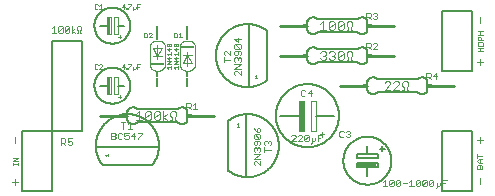
<source format=gto>
G75*
%MOIN*%
%OFA0B0*%
%FSLAX25Y25*%
%IPPOS*%
%LPD*%
%AMOC8*
5,1,8,0,0,1.08239X$1,22.5*
%
%ADD10C,0.00500*%
%ADD11C,0.00200*%
%ADD12C,0.00300*%
%ADD13C,0.00100*%
%ADD14R,0.00900X0.05400*%
%ADD15C,0.00600*%
%ADD16R,0.06400X0.01000*%
%ADD17C,0.00375*%
%ADD18C,0.00400*%
%ADD19R,0.01710X0.10000*%
%ADD20R,0.01850X0.00750*%
%ADD21R,0.02100X0.00750*%
%ADD22R,0.01500X0.01250*%
%ADD23C,0.00875*%
%ADD24R,0.05000X0.01000*%
%ADD25R,0.00800X0.02200*%
D10*
X0006250Y0006250D02*
X0016250Y0006250D01*
X0016250Y0026250D01*
X0026250Y0026250D01*
X0026250Y0056250D01*
X0016250Y0056250D01*
X0016250Y0026250D01*
X0006250Y0026250D01*
X0006250Y0006250D01*
X0033002Y0014750D02*
X0049498Y0014750D01*
X0051738Y0020750D02*
X0030762Y0020750D01*
X0031748Y0016778D02*
X0031852Y0016563D01*
X0031961Y0016350D01*
X0032075Y0016140D01*
X0032194Y0015933D01*
X0032317Y0015728D01*
X0032445Y0015526D01*
X0032578Y0015327D01*
X0032715Y0015132D01*
X0032856Y0014939D01*
X0033002Y0014750D01*
X0030762Y0020750D02*
X0030753Y0021006D01*
X0030750Y0021262D01*
X0030753Y0021518D01*
X0030763Y0021774D01*
X0030779Y0022029D01*
X0030801Y0022284D01*
X0030829Y0022539D01*
X0030864Y0022792D01*
X0030905Y0023045D01*
X0030951Y0023297D01*
X0031004Y0023547D01*
X0031063Y0023796D01*
X0031129Y0024044D01*
X0031200Y0024290D01*
X0031277Y0024534D01*
X0031360Y0024776D01*
X0031449Y0025016D01*
X0031543Y0025254D01*
X0031644Y0025489D01*
X0031750Y0025722D01*
X0041250Y0029812D02*
X0041250Y0033000D01*
X0041250Y0032375D02*
X0041245Y0032450D01*
X0041243Y0032525D01*
X0041245Y0032600D01*
X0041252Y0032674D01*
X0041262Y0032748D01*
X0041276Y0032822D01*
X0041294Y0032894D01*
X0041316Y0032966D01*
X0041341Y0033036D01*
X0041370Y0033105D01*
X0041403Y0033173D01*
X0041439Y0033238D01*
X0041478Y0033302D01*
X0041521Y0033363D01*
X0041567Y0033422D01*
X0041616Y0033479D01*
X0041668Y0033533D01*
X0041722Y0033584D01*
X0041780Y0033632D01*
X0041839Y0033677D01*
X0041901Y0033719D01*
X0041965Y0033758D01*
X0042031Y0033793D01*
X0042099Y0033825D01*
X0042168Y0033853D01*
X0042239Y0033878D01*
X0042311Y0033899D01*
X0042383Y0033916D01*
X0042457Y0033929D01*
X0042531Y0033938D01*
X0044719Y0033400D02*
X0057156Y0033400D01*
X0057781Y0033400D02*
X0045344Y0033400D01*
X0044125Y0033781D02*
X0044031Y0033820D01*
X0043935Y0033854D01*
X0043838Y0033885D01*
X0043740Y0033912D01*
X0043641Y0033935D01*
X0043541Y0033955D01*
X0043441Y0033970D01*
X0043340Y0033982D01*
X0043238Y0033990D01*
X0043137Y0033994D01*
X0043035Y0033995D01*
X0042934Y0033991D01*
X0042832Y0033983D01*
X0042731Y0033972D01*
X0042631Y0033957D01*
X0042531Y0033938D01*
X0044125Y0033782D02*
X0044216Y0033737D01*
X0044305Y0033689D01*
X0044392Y0033637D01*
X0044477Y0033583D01*
X0044560Y0033525D01*
X0044640Y0033464D01*
X0044719Y0033400D01*
X0044125Y0028719D02*
X0044031Y0028680D01*
X0043935Y0028646D01*
X0043838Y0028615D01*
X0043740Y0028588D01*
X0043641Y0028565D01*
X0043541Y0028545D01*
X0043441Y0028530D01*
X0043340Y0028518D01*
X0043238Y0028510D01*
X0043137Y0028506D01*
X0043035Y0028505D01*
X0042934Y0028509D01*
X0042832Y0028517D01*
X0042731Y0028528D01*
X0042631Y0028543D01*
X0042531Y0028562D01*
X0044719Y0029100D02*
X0057156Y0029100D01*
X0057781Y0029100D02*
X0045344Y0029100D01*
X0042531Y0028562D02*
X0042457Y0028571D01*
X0042383Y0028584D01*
X0042311Y0028601D01*
X0042239Y0028622D01*
X0042168Y0028647D01*
X0042099Y0028675D01*
X0042031Y0028707D01*
X0041965Y0028742D01*
X0041901Y0028781D01*
X0041839Y0028823D01*
X0041780Y0028868D01*
X0041722Y0028916D01*
X0041668Y0028967D01*
X0041616Y0029021D01*
X0041567Y0029078D01*
X0041521Y0029137D01*
X0041478Y0029198D01*
X0041439Y0029262D01*
X0041403Y0029327D01*
X0041370Y0029395D01*
X0041341Y0029464D01*
X0041316Y0029534D01*
X0041294Y0029606D01*
X0041276Y0029678D01*
X0041262Y0029752D01*
X0041252Y0029826D01*
X0041245Y0029900D01*
X0041243Y0029975D01*
X0041245Y0030050D01*
X0041250Y0030125D01*
X0044125Y0028718D02*
X0044216Y0028763D01*
X0044305Y0028811D01*
X0044392Y0028863D01*
X0044477Y0028917D01*
X0044560Y0028975D01*
X0044640Y0029036D01*
X0044719Y0029100D01*
X0058375Y0028719D02*
X0058469Y0028680D01*
X0058565Y0028646D01*
X0058662Y0028615D01*
X0058760Y0028588D01*
X0058859Y0028565D01*
X0058959Y0028545D01*
X0059059Y0028530D01*
X0059160Y0028518D01*
X0059262Y0028510D01*
X0059363Y0028506D01*
X0059465Y0028505D01*
X0059566Y0028509D01*
X0059668Y0028517D01*
X0059769Y0028528D01*
X0059869Y0028543D01*
X0059969Y0028562D01*
X0061250Y0029656D02*
X0061250Y0032375D01*
X0061255Y0032450D01*
X0061257Y0032525D01*
X0061255Y0032600D01*
X0061248Y0032674D01*
X0061238Y0032748D01*
X0061224Y0032822D01*
X0061206Y0032894D01*
X0061184Y0032966D01*
X0061159Y0033036D01*
X0061130Y0033105D01*
X0061097Y0033173D01*
X0061061Y0033238D01*
X0061022Y0033302D01*
X0060979Y0033363D01*
X0060933Y0033422D01*
X0060884Y0033479D01*
X0060832Y0033533D01*
X0060778Y0033584D01*
X0060720Y0033632D01*
X0060661Y0033677D01*
X0060599Y0033719D01*
X0060535Y0033758D01*
X0060469Y0033793D01*
X0060401Y0033825D01*
X0060332Y0033853D01*
X0060261Y0033878D01*
X0060189Y0033899D01*
X0060117Y0033916D01*
X0060043Y0033929D01*
X0059969Y0033938D01*
X0058375Y0033782D02*
X0058284Y0033737D01*
X0058195Y0033689D01*
X0058108Y0033637D01*
X0058023Y0033583D01*
X0057940Y0033525D01*
X0057860Y0033464D01*
X0057781Y0033400D01*
X0058375Y0033781D02*
X0058469Y0033820D01*
X0058565Y0033854D01*
X0058662Y0033885D01*
X0058760Y0033912D01*
X0058859Y0033935D01*
X0058959Y0033955D01*
X0059059Y0033970D01*
X0059160Y0033982D01*
X0059262Y0033990D01*
X0059363Y0033994D01*
X0059465Y0033995D01*
X0059566Y0033991D01*
X0059668Y0033983D01*
X0059769Y0033972D01*
X0059869Y0033957D01*
X0059969Y0033938D01*
X0057781Y0029100D02*
X0057860Y0029036D01*
X0057940Y0028975D01*
X0058023Y0028917D01*
X0058108Y0028863D01*
X0058195Y0028811D01*
X0058284Y0028763D01*
X0058375Y0028718D01*
X0059969Y0028562D02*
X0060043Y0028571D01*
X0060117Y0028584D01*
X0060189Y0028601D01*
X0060261Y0028622D01*
X0060332Y0028647D01*
X0060401Y0028675D01*
X0060469Y0028707D01*
X0060535Y0028742D01*
X0060599Y0028781D01*
X0060661Y0028823D01*
X0060720Y0028868D01*
X0060778Y0028916D01*
X0060832Y0028967D01*
X0060884Y0029021D01*
X0060933Y0029078D01*
X0060979Y0029137D01*
X0061022Y0029198D01*
X0061061Y0029262D01*
X0061097Y0029327D01*
X0061130Y0029395D01*
X0061159Y0029464D01*
X0061184Y0029534D01*
X0061206Y0029606D01*
X0061224Y0029678D01*
X0061238Y0029752D01*
X0061248Y0029826D01*
X0061255Y0029900D01*
X0061257Y0029975D01*
X0061255Y0030050D01*
X0061250Y0030125D01*
X0074750Y0029498D02*
X0074750Y0013002D01*
X0080750Y0010762D02*
X0080750Y0031738D01*
X0092250Y0031250D02*
X0098481Y0031250D01*
X0090750Y0031250D02*
X0090753Y0031508D01*
X0090763Y0031765D01*
X0090778Y0032022D01*
X0090801Y0032279D01*
X0090829Y0032535D01*
X0090864Y0032791D01*
X0090905Y0033045D01*
X0090952Y0033298D01*
X0091005Y0033551D01*
X0091065Y0033801D01*
X0091130Y0034050D01*
X0091202Y0034298D01*
X0091280Y0034544D01*
X0091364Y0034787D01*
X0091454Y0035029D01*
X0091549Y0035268D01*
X0091651Y0035505D01*
X0091758Y0035739D01*
X0091871Y0035971D01*
X0091990Y0036200D01*
X0092114Y0036425D01*
X0092244Y0036648D01*
X0092379Y0036867D01*
X0092520Y0037083D01*
X0092665Y0037296D01*
X0092816Y0037505D01*
X0092972Y0037710D01*
X0093133Y0037911D01*
X0093299Y0038108D01*
X0093470Y0038301D01*
X0093645Y0038490D01*
X0093825Y0038675D01*
X0094010Y0038855D01*
X0094199Y0039030D01*
X0094392Y0039201D01*
X0094589Y0039367D01*
X0094790Y0039528D01*
X0094995Y0039684D01*
X0095204Y0039835D01*
X0095417Y0039980D01*
X0095633Y0040121D01*
X0095852Y0040256D01*
X0096075Y0040386D01*
X0096300Y0040510D01*
X0096529Y0040629D01*
X0096761Y0040742D01*
X0096995Y0040849D01*
X0097232Y0040951D01*
X0097471Y0041046D01*
X0097713Y0041136D01*
X0097956Y0041220D01*
X0098202Y0041298D01*
X0098450Y0041370D01*
X0098699Y0041435D01*
X0098949Y0041495D01*
X0099202Y0041548D01*
X0099455Y0041595D01*
X0099709Y0041636D01*
X0099965Y0041671D01*
X0100221Y0041699D01*
X0100478Y0041722D01*
X0100735Y0041737D01*
X0100992Y0041747D01*
X0101250Y0041750D01*
X0101508Y0041747D01*
X0101765Y0041737D01*
X0102022Y0041722D01*
X0102279Y0041699D01*
X0102535Y0041671D01*
X0102791Y0041636D01*
X0103045Y0041595D01*
X0103298Y0041548D01*
X0103551Y0041495D01*
X0103801Y0041435D01*
X0104050Y0041370D01*
X0104298Y0041298D01*
X0104544Y0041220D01*
X0104787Y0041136D01*
X0105029Y0041046D01*
X0105268Y0040951D01*
X0105505Y0040849D01*
X0105739Y0040742D01*
X0105971Y0040629D01*
X0106200Y0040510D01*
X0106425Y0040386D01*
X0106648Y0040256D01*
X0106867Y0040121D01*
X0107083Y0039980D01*
X0107296Y0039835D01*
X0107505Y0039684D01*
X0107710Y0039528D01*
X0107911Y0039367D01*
X0108108Y0039201D01*
X0108301Y0039030D01*
X0108490Y0038855D01*
X0108675Y0038675D01*
X0108855Y0038490D01*
X0109030Y0038301D01*
X0109201Y0038108D01*
X0109367Y0037911D01*
X0109528Y0037710D01*
X0109684Y0037505D01*
X0109835Y0037296D01*
X0109980Y0037083D01*
X0110121Y0036867D01*
X0110256Y0036648D01*
X0110386Y0036425D01*
X0110510Y0036200D01*
X0110629Y0035971D01*
X0110742Y0035739D01*
X0110849Y0035505D01*
X0110951Y0035268D01*
X0111046Y0035029D01*
X0111136Y0034787D01*
X0111220Y0034544D01*
X0111298Y0034298D01*
X0111370Y0034050D01*
X0111435Y0033801D01*
X0111495Y0033551D01*
X0111548Y0033298D01*
X0111595Y0033045D01*
X0111636Y0032791D01*
X0111671Y0032535D01*
X0111699Y0032279D01*
X0111722Y0032022D01*
X0111737Y0031765D01*
X0111747Y0031508D01*
X0111750Y0031250D01*
X0111747Y0030992D01*
X0111737Y0030735D01*
X0111722Y0030478D01*
X0111699Y0030221D01*
X0111671Y0029965D01*
X0111636Y0029709D01*
X0111595Y0029455D01*
X0111548Y0029202D01*
X0111495Y0028949D01*
X0111435Y0028699D01*
X0111370Y0028450D01*
X0111298Y0028202D01*
X0111220Y0027956D01*
X0111136Y0027713D01*
X0111046Y0027471D01*
X0110951Y0027232D01*
X0110849Y0026995D01*
X0110742Y0026761D01*
X0110629Y0026529D01*
X0110510Y0026300D01*
X0110386Y0026075D01*
X0110256Y0025852D01*
X0110121Y0025633D01*
X0109980Y0025417D01*
X0109835Y0025204D01*
X0109684Y0024995D01*
X0109528Y0024790D01*
X0109367Y0024589D01*
X0109201Y0024392D01*
X0109030Y0024199D01*
X0108855Y0024010D01*
X0108675Y0023825D01*
X0108490Y0023645D01*
X0108301Y0023470D01*
X0108108Y0023299D01*
X0107911Y0023133D01*
X0107710Y0022972D01*
X0107505Y0022816D01*
X0107296Y0022665D01*
X0107083Y0022520D01*
X0106867Y0022379D01*
X0106648Y0022244D01*
X0106425Y0022114D01*
X0106200Y0021990D01*
X0105971Y0021871D01*
X0105739Y0021758D01*
X0105505Y0021651D01*
X0105268Y0021549D01*
X0105029Y0021454D01*
X0104787Y0021364D01*
X0104544Y0021280D01*
X0104298Y0021202D01*
X0104050Y0021130D01*
X0103801Y0021065D01*
X0103551Y0021005D01*
X0103298Y0020952D01*
X0103045Y0020905D01*
X0102791Y0020864D01*
X0102535Y0020829D01*
X0102279Y0020801D01*
X0102022Y0020778D01*
X0101765Y0020763D01*
X0101508Y0020753D01*
X0101250Y0020750D01*
X0100992Y0020753D01*
X0100735Y0020763D01*
X0100478Y0020778D01*
X0100221Y0020801D01*
X0099965Y0020829D01*
X0099709Y0020864D01*
X0099455Y0020905D01*
X0099202Y0020952D01*
X0098949Y0021005D01*
X0098699Y0021065D01*
X0098450Y0021130D01*
X0098202Y0021202D01*
X0097956Y0021280D01*
X0097713Y0021364D01*
X0097471Y0021454D01*
X0097232Y0021549D01*
X0096995Y0021651D01*
X0096761Y0021758D01*
X0096529Y0021871D01*
X0096300Y0021990D01*
X0096075Y0022114D01*
X0095852Y0022244D01*
X0095633Y0022379D01*
X0095417Y0022520D01*
X0095204Y0022665D01*
X0094995Y0022816D01*
X0094790Y0022972D01*
X0094589Y0023133D01*
X0094392Y0023299D01*
X0094199Y0023470D01*
X0094010Y0023645D01*
X0093825Y0023825D01*
X0093645Y0024010D01*
X0093470Y0024199D01*
X0093299Y0024392D01*
X0093133Y0024589D01*
X0092972Y0024790D01*
X0092816Y0024995D01*
X0092665Y0025204D01*
X0092520Y0025417D01*
X0092379Y0025633D01*
X0092244Y0025852D01*
X0092114Y0026075D01*
X0091990Y0026300D01*
X0091871Y0026529D01*
X0091758Y0026761D01*
X0091651Y0026995D01*
X0091549Y0027232D01*
X0091454Y0027471D01*
X0091364Y0027713D01*
X0091280Y0027956D01*
X0091202Y0028202D01*
X0091130Y0028450D01*
X0091065Y0028699D01*
X0091005Y0028949D01*
X0090952Y0029202D01*
X0090905Y0029455D01*
X0090864Y0029709D01*
X0090829Y0029965D01*
X0090801Y0030221D01*
X0090778Y0030478D01*
X0090763Y0030735D01*
X0090753Y0030992D01*
X0090750Y0031250D01*
X0104250Y0031250D02*
X0110250Y0031250D01*
X0124719Y0039100D02*
X0137156Y0039100D01*
X0137781Y0039100D02*
X0125344Y0039100D01*
X0122531Y0038562D02*
X0122457Y0038571D01*
X0122383Y0038584D01*
X0122311Y0038601D01*
X0122239Y0038622D01*
X0122168Y0038647D01*
X0122099Y0038675D01*
X0122031Y0038707D01*
X0121965Y0038742D01*
X0121901Y0038781D01*
X0121839Y0038823D01*
X0121780Y0038868D01*
X0121722Y0038916D01*
X0121668Y0038967D01*
X0121616Y0039021D01*
X0121567Y0039078D01*
X0121521Y0039137D01*
X0121478Y0039198D01*
X0121439Y0039262D01*
X0121403Y0039327D01*
X0121370Y0039395D01*
X0121341Y0039464D01*
X0121316Y0039534D01*
X0121294Y0039606D01*
X0121276Y0039678D01*
X0121262Y0039752D01*
X0121252Y0039826D01*
X0121245Y0039900D01*
X0121243Y0039975D01*
X0121245Y0040050D01*
X0121250Y0040125D01*
X0121250Y0039813D02*
X0121250Y0043000D01*
X0121250Y0042375D02*
X0121245Y0042450D01*
X0121243Y0042525D01*
X0121245Y0042600D01*
X0121252Y0042674D01*
X0121262Y0042748D01*
X0121276Y0042822D01*
X0121294Y0042894D01*
X0121316Y0042966D01*
X0121341Y0043036D01*
X0121370Y0043105D01*
X0121403Y0043173D01*
X0121439Y0043238D01*
X0121478Y0043302D01*
X0121521Y0043363D01*
X0121567Y0043422D01*
X0121616Y0043479D01*
X0121668Y0043533D01*
X0121722Y0043584D01*
X0121780Y0043632D01*
X0121839Y0043677D01*
X0121901Y0043719D01*
X0121965Y0043758D01*
X0122031Y0043793D01*
X0122099Y0043825D01*
X0122168Y0043853D01*
X0122239Y0043878D01*
X0122311Y0043899D01*
X0122383Y0043916D01*
X0122457Y0043929D01*
X0122531Y0043938D01*
X0124719Y0043400D02*
X0137156Y0043400D01*
X0137781Y0043400D02*
X0125344Y0043400D01*
X0124125Y0043781D02*
X0124031Y0043820D01*
X0123935Y0043854D01*
X0123838Y0043885D01*
X0123740Y0043912D01*
X0123641Y0043935D01*
X0123541Y0043955D01*
X0123441Y0043970D01*
X0123340Y0043982D01*
X0123238Y0043990D01*
X0123137Y0043994D01*
X0123035Y0043995D01*
X0122934Y0043991D01*
X0122832Y0043983D01*
X0122731Y0043972D01*
X0122631Y0043957D01*
X0122531Y0043938D01*
X0124125Y0043782D02*
X0124216Y0043737D01*
X0124305Y0043689D01*
X0124392Y0043637D01*
X0124477Y0043583D01*
X0124560Y0043525D01*
X0124640Y0043464D01*
X0124719Y0043400D01*
X0124125Y0038719D02*
X0124031Y0038680D01*
X0123935Y0038646D01*
X0123838Y0038615D01*
X0123740Y0038588D01*
X0123641Y0038565D01*
X0123541Y0038545D01*
X0123441Y0038530D01*
X0123340Y0038518D01*
X0123238Y0038510D01*
X0123137Y0038506D01*
X0123035Y0038505D01*
X0122934Y0038509D01*
X0122832Y0038517D01*
X0122731Y0038528D01*
X0122631Y0038543D01*
X0122531Y0038562D01*
X0124125Y0038718D02*
X0124216Y0038763D01*
X0124305Y0038811D01*
X0124392Y0038863D01*
X0124477Y0038917D01*
X0124560Y0038975D01*
X0124640Y0039036D01*
X0124719Y0039100D01*
X0138375Y0038719D02*
X0138469Y0038680D01*
X0138565Y0038646D01*
X0138662Y0038615D01*
X0138760Y0038588D01*
X0138859Y0038565D01*
X0138959Y0038545D01*
X0139059Y0038530D01*
X0139160Y0038518D01*
X0139262Y0038510D01*
X0139363Y0038506D01*
X0139465Y0038505D01*
X0139566Y0038509D01*
X0139668Y0038517D01*
X0139769Y0038528D01*
X0139869Y0038543D01*
X0139969Y0038562D01*
X0141250Y0039656D02*
X0141250Y0042375D01*
X0141255Y0042450D01*
X0141257Y0042525D01*
X0141255Y0042600D01*
X0141248Y0042674D01*
X0141238Y0042748D01*
X0141224Y0042822D01*
X0141206Y0042894D01*
X0141184Y0042966D01*
X0141159Y0043036D01*
X0141130Y0043105D01*
X0141097Y0043173D01*
X0141061Y0043238D01*
X0141022Y0043302D01*
X0140979Y0043363D01*
X0140933Y0043422D01*
X0140884Y0043479D01*
X0140832Y0043533D01*
X0140778Y0043584D01*
X0140720Y0043632D01*
X0140661Y0043677D01*
X0140599Y0043719D01*
X0140535Y0043758D01*
X0140469Y0043793D01*
X0140401Y0043825D01*
X0140332Y0043853D01*
X0140261Y0043878D01*
X0140189Y0043899D01*
X0140117Y0043916D01*
X0140043Y0043929D01*
X0139969Y0043938D01*
X0138375Y0043782D02*
X0138284Y0043737D01*
X0138195Y0043689D01*
X0138108Y0043637D01*
X0138023Y0043583D01*
X0137940Y0043525D01*
X0137860Y0043464D01*
X0137781Y0043400D01*
X0138375Y0043781D02*
X0138469Y0043820D01*
X0138565Y0043854D01*
X0138662Y0043885D01*
X0138760Y0043912D01*
X0138859Y0043935D01*
X0138959Y0043955D01*
X0139059Y0043970D01*
X0139160Y0043982D01*
X0139262Y0043990D01*
X0139363Y0043994D01*
X0139465Y0043995D01*
X0139566Y0043991D01*
X0139668Y0043983D01*
X0139769Y0043972D01*
X0139869Y0043957D01*
X0139969Y0043938D01*
X0137781Y0039100D02*
X0137860Y0039036D01*
X0137940Y0038975D01*
X0138023Y0038917D01*
X0138108Y0038863D01*
X0138195Y0038811D01*
X0138284Y0038763D01*
X0138375Y0038718D01*
X0139969Y0038562D02*
X0140043Y0038571D01*
X0140117Y0038584D01*
X0140189Y0038601D01*
X0140261Y0038622D01*
X0140332Y0038647D01*
X0140401Y0038675D01*
X0140469Y0038707D01*
X0140535Y0038742D01*
X0140599Y0038781D01*
X0140661Y0038823D01*
X0140720Y0038868D01*
X0140778Y0038916D01*
X0140832Y0038967D01*
X0140884Y0039021D01*
X0140933Y0039078D01*
X0140979Y0039137D01*
X0141022Y0039198D01*
X0141061Y0039262D01*
X0141097Y0039327D01*
X0141130Y0039395D01*
X0141159Y0039464D01*
X0141184Y0039534D01*
X0141206Y0039606D01*
X0141224Y0039678D01*
X0141238Y0039752D01*
X0141248Y0039826D01*
X0141255Y0039900D01*
X0141257Y0039975D01*
X0141255Y0040050D01*
X0141250Y0040125D01*
X0146250Y0046250D02*
X0146250Y0066250D01*
X0156250Y0066250D01*
X0156250Y0046250D01*
X0146250Y0046250D01*
X0121250Y0049656D02*
X0121250Y0052375D01*
X0121255Y0052450D01*
X0121257Y0052525D01*
X0121255Y0052600D01*
X0121248Y0052674D01*
X0121238Y0052748D01*
X0121224Y0052822D01*
X0121206Y0052894D01*
X0121184Y0052966D01*
X0121159Y0053036D01*
X0121130Y0053105D01*
X0121097Y0053173D01*
X0121061Y0053238D01*
X0121022Y0053302D01*
X0120979Y0053363D01*
X0120933Y0053422D01*
X0120884Y0053479D01*
X0120832Y0053533D01*
X0120778Y0053584D01*
X0120720Y0053632D01*
X0120661Y0053677D01*
X0120599Y0053719D01*
X0120535Y0053758D01*
X0120469Y0053793D01*
X0120401Y0053825D01*
X0120332Y0053853D01*
X0120261Y0053878D01*
X0120189Y0053899D01*
X0120117Y0053916D01*
X0120043Y0053929D01*
X0119969Y0053938D01*
X0117781Y0053400D02*
X0105344Y0053400D01*
X0104719Y0053400D02*
X0117156Y0053400D01*
X0118375Y0053781D02*
X0118469Y0053820D01*
X0118565Y0053854D01*
X0118662Y0053885D01*
X0118760Y0053912D01*
X0118859Y0053935D01*
X0118959Y0053955D01*
X0119059Y0053970D01*
X0119160Y0053982D01*
X0119262Y0053990D01*
X0119363Y0053994D01*
X0119465Y0053995D01*
X0119566Y0053991D01*
X0119668Y0053983D01*
X0119769Y0053972D01*
X0119869Y0053957D01*
X0119969Y0053938D01*
X0118375Y0053782D02*
X0118284Y0053737D01*
X0118195Y0053689D01*
X0118108Y0053637D01*
X0118023Y0053583D01*
X0117940Y0053525D01*
X0117860Y0053464D01*
X0117781Y0053400D01*
X0118375Y0048719D02*
X0118469Y0048680D01*
X0118565Y0048646D01*
X0118662Y0048615D01*
X0118760Y0048588D01*
X0118859Y0048565D01*
X0118959Y0048545D01*
X0119059Y0048530D01*
X0119160Y0048518D01*
X0119262Y0048510D01*
X0119363Y0048506D01*
X0119465Y0048505D01*
X0119566Y0048509D01*
X0119668Y0048517D01*
X0119769Y0048528D01*
X0119869Y0048543D01*
X0119969Y0048562D01*
X0117781Y0049100D02*
X0105344Y0049100D01*
X0104719Y0049100D02*
X0117156Y0049100D01*
X0119969Y0048562D02*
X0120043Y0048571D01*
X0120117Y0048584D01*
X0120189Y0048601D01*
X0120261Y0048622D01*
X0120332Y0048647D01*
X0120401Y0048675D01*
X0120469Y0048707D01*
X0120535Y0048742D01*
X0120599Y0048781D01*
X0120661Y0048823D01*
X0120720Y0048868D01*
X0120778Y0048916D01*
X0120832Y0048967D01*
X0120884Y0049021D01*
X0120933Y0049078D01*
X0120979Y0049137D01*
X0121022Y0049198D01*
X0121061Y0049262D01*
X0121097Y0049327D01*
X0121130Y0049395D01*
X0121159Y0049464D01*
X0121184Y0049534D01*
X0121206Y0049606D01*
X0121224Y0049678D01*
X0121238Y0049752D01*
X0121248Y0049826D01*
X0121255Y0049900D01*
X0121257Y0049975D01*
X0121255Y0050050D01*
X0121250Y0050125D01*
X0118375Y0048718D02*
X0118284Y0048763D01*
X0118195Y0048811D01*
X0118108Y0048863D01*
X0118023Y0048917D01*
X0117940Y0048975D01*
X0117860Y0049036D01*
X0117781Y0049100D01*
X0104125Y0048719D02*
X0104031Y0048680D01*
X0103935Y0048646D01*
X0103838Y0048615D01*
X0103740Y0048588D01*
X0103641Y0048565D01*
X0103541Y0048545D01*
X0103441Y0048530D01*
X0103340Y0048518D01*
X0103238Y0048510D01*
X0103137Y0048506D01*
X0103035Y0048505D01*
X0102934Y0048509D01*
X0102832Y0048517D01*
X0102731Y0048528D01*
X0102631Y0048543D01*
X0102531Y0048562D01*
X0102457Y0048571D01*
X0102383Y0048584D01*
X0102311Y0048601D01*
X0102239Y0048622D01*
X0102168Y0048647D01*
X0102099Y0048675D01*
X0102031Y0048707D01*
X0101965Y0048742D01*
X0101901Y0048781D01*
X0101839Y0048823D01*
X0101780Y0048868D01*
X0101722Y0048916D01*
X0101668Y0048967D01*
X0101616Y0049021D01*
X0101567Y0049078D01*
X0101521Y0049137D01*
X0101478Y0049198D01*
X0101439Y0049262D01*
X0101403Y0049327D01*
X0101370Y0049395D01*
X0101341Y0049464D01*
X0101316Y0049534D01*
X0101294Y0049606D01*
X0101276Y0049678D01*
X0101262Y0049752D01*
X0101252Y0049826D01*
X0101245Y0049900D01*
X0101243Y0049975D01*
X0101245Y0050050D01*
X0101250Y0050125D01*
X0101250Y0049812D02*
X0101250Y0053000D01*
X0101250Y0052375D02*
X0101245Y0052450D01*
X0101243Y0052525D01*
X0101245Y0052600D01*
X0101252Y0052674D01*
X0101262Y0052748D01*
X0101276Y0052822D01*
X0101294Y0052894D01*
X0101316Y0052966D01*
X0101341Y0053036D01*
X0101370Y0053105D01*
X0101403Y0053173D01*
X0101439Y0053238D01*
X0101478Y0053302D01*
X0101521Y0053363D01*
X0101567Y0053422D01*
X0101616Y0053479D01*
X0101668Y0053533D01*
X0101722Y0053584D01*
X0101780Y0053632D01*
X0101839Y0053677D01*
X0101901Y0053719D01*
X0101965Y0053758D01*
X0102031Y0053793D01*
X0102099Y0053825D01*
X0102168Y0053853D01*
X0102239Y0053878D01*
X0102311Y0053899D01*
X0102383Y0053916D01*
X0102457Y0053929D01*
X0102531Y0053938D01*
X0104125Y0053782D02*
X0104216Y0053737D01*
X0104305Y0053689D01*
X0104392Y0053637D01*
X0104477Y0053583D01*
X0104560Y0053525D01*
X0104640Y0053464D01*
X0104719Y0053400D01*
X0104125Y0053781D02*
X0104031Y0053820D01*
X0103935Y0053854D01*
X0103838Y0053885D01*
X0103740Y0053912D01*
X0103641Y0053935D01*
X0103541Y0053955D01*
X0103441Y0053970D01*
X0103340Y0053982D01*
X0103238Y0053990D01*
X0103137Y0053994D01*
X0103035Y0053995D01*
X0102934Y0053991D01*
X0102832Y0053983D01*
X0102731Y0053972D01*
X0102631Y0053957D01*
X0102531Y0053938D01*
X0104719Y0049100D02*
X0104640Y0049036D01*
X0104560Y0048975D01*
X0104477Y0048917D01*
X0104392Y0048863D01*
X0104305Y0048811D01*
X0104216Y0048763D01*
X0104125Y0048718D01*
X0087750Y0043002D02*
X0087750Y0059498D01*
X0081750Y0061738D02*
X0081750Y0040762D01*
X0061250Y0041250D02*
X0061250Y0043750D01*
X0051250Y0043750D02*
X0051250Y0041250D01*
X0040250Y0041250D02*
X0038150Y0041250D01*
X0030250Y0041250D02*
X0030252Y0041404D01*
X0030258Y0041559D01*
X0030268Y0041713D01*
X0030282Y0041867D01*
X0030300Y0042020D01*
X0030321Y0042173D01*
X0030347Y0042326D01*
X0030377Y0042477D01*
X0030410Y0042628D01*
X0030448Y0042778D01*
X0030489Y0042927D01*
X0030534Y0043075D01*
X0030583Y0043221D01*
X0030636Y0043367D01*
X0030692Y0043510D01*
X0030752Y0043653D01*
X0030816Y0043793D01*
X0030883Y0043933D01*
X0030954Y0044070D01*
X0031028Y0044205D01*
X0031106Y0044339D01*
X0031187Y0044470D01*
X0031272Y0044599D01*
X0031360Y0044727D01*
X0031451Y0044851D01*
X0031545Y0044974D01*
X0031643Y0045094D01*
X0031743Y0045211D01*
X0031847Y0045326D01*
X0031953Y0045438D01*
X0032062Y0045547D01*
X0032174Y0045653D01*
X0032289Y0045757D01*
X0032406Y0045857D01*
X0032526Y0045955D01*
X0032649Y0046049D01*
X0032773Y0046140D01*
X0032901Y0046228D01*
X0033030Y0046313D01*
X0033161Y0046394D01*
X0033295Y0046472D01*
X0033430Y0046546D01*
X0033567Y0046617D01*
X0033707Y0046684D01*
X0033847Y0046748D01*
X0033990Y0046808D01*
X0034133Y0046864D01*
X0034279Y0046917D01*
X0034425Y0046966D01*
X0034573Y0047011D01*
X0034722Y0047052D01*
X0034872Y0047090D01*
X0035023Y0047123D01*
X0035174Y0047153D01*
X0035327Y0047179D01*
X0035480Y0047200D01*
X0035633Y0047218D01*
X0035787Y0047232D01*
X0035941Y0047242D01*
X0036096Y0047248D01*
X0036250Y0047250D01*
X0036404Y0047248D01*
X0036559Y0047242D01*
X0036713Y0047232D01*
X0036867Y0047218D01*
X0037020Y0047200D01*
X0037173Y0047179D01*
X0037326Y0047153D01*
X0037477Y0047123D01*
X0037628Y0047090D01*
X0037778Y0047052D01*
X0037927Y0047011D01*
X0038075Y0046966D01*
X0038221Y0046917D01*
X0038367Y0046864D01*
X0038510Y0046808D01*
X0038653Y0046748D01*
X0038793Y0046684D01*
X0038933Y0046617D01*
X0039070Y0046546D01*
X0039205Y0046472D01*
X0039339Y0046394D01*
X0039470Y0046313D01*
X0039599Y0046228D01*
X0039727Y0046140D01*
X0039851Y0046049D01*
X0039974Y0045955D01*
X0040094Y0045857D01*
X0040211Y0045757D01*
X0040326Y0045653D01*
X0040438Y0045547D01*
X0040547Y0045438D01*
X0040653Y0045326D01*
X0040757Y0045211D01*
X0040857Y0045094D01*
X0040955Y0044974D01*
X0041049Y0044851D01*
X0041140Y0044727D01*
X0041228Y0044599D01*
X0041313Y0044470D01*
X0041394Y0044339D01*
X0041472Y0044205D01*
X0041546Y0044070D01*
X0041617Y0043933D01*
X0041684Y0043793D01*
X0041748Y0043653D01*
X0041808Y0043510D01*
X0041864Y0043367D01*
X0041917Y0043221D01*
X0041966Y0043075D01*
X0042011Y0042927D01*
X0042052Y0042778D01*
X0042090Y0042628D01*
X0042123Y0042477D01*
X0042153Y0042326D01*
X0042179Y0042173D01*
X0042200Y0042020D01*
X0042218Y0041867D01*
X0042232Y0041713D01*
X0042242Y0041559D01*
X0042248Y0041404D01*
X0042250Y0041250D01*
X0042248Y0041096D01*
X0042242Y0040941D01*
X0042232Y0040787D01*
X0042218Y0040633D01*
X0042200Y0040480D01*
X0042179Y0040327D01*
X0042153Y0040174D01*
X0042123Y0040023D01*
X0042090Y0039872D01*
X0042052Y0039722D01*
X0042011Y0039573D01*
X0041966Y0039425D01*
X0041917Y0039279D01*
X0041864Y0039133D01*
X0041808Y0038990D01*
X0041748Y0038847D01*
X0041684Y0038707D01*
X0041617Y0038567D01*
X0041546Y0038430D01*
X0041472Y0038295D01*
X0041394Y0038161D01*
X0041313Y0038030D01*
X0041228Y0037901D01*
X0041140Y0037773D01*
X0041049Y0037649D01*
X0040955Y0037526D01*
X0040857Y0037406D01*
X0040757Y0037289D01*
X0040653Y0037174D01*
X0040547Y0037062D01*
X0040438Y0036953D01*
X0040326Y0036847D01*
X0040211Y0036743D01*
X0040094Y0036643D01*
X0039974Y0036545D01*
X0039851Y0036451D01*
X0039727Y0036360D01*
X0039599Y0036272D01*
X0039470Y0036187D01*
X0039339Y0036106D01*
X0039205Y0036028D01*
X0039070Y0035954D01*
X0038933Y0035883D01*
X0038793Y0035816D01*
X0038653Y0035752D01*
X0038510Y0035692D01*
X0038367Y0035636D01*
X0038221Y0035583D01*
X0038075Y0035534D01*
X0037927Y0035489D01*
X0037778Y0035448D01*
X0037628Y0035410D01*
X0037477Y0035377D01*
X0037326Y0035347D01*
X0037173Y0035321D01*
X0037020Y0035300D01*
X0036867Y0035282D01*
X0036713Y0035268D01*
X0036559Y0035258D01*
X0036404Y0035252D01*
X0036250Y0035250D01*
X0036096Y0035252D01*
X0035941Y0035258D01*
X0035787Y0035268D01*
X0035633Y0035282D01*
X0035480Y0035300D01*
X0035327Y0035321D01*
X0035174Y0035347D01*
X0035023Y0035377D01*
X0034872Y0035410D01*
X0034722Y0035448D01*
X0034573Y0035489D01*
X0034425Y0035534D01*
X0034279Y0035583D01*
X0034133Y0035636D01*
X0033990Y0035692D01*
X0033847Y0035752D01*
X0033707Y0035816D01*
X0033567Y0035883D01*
X0033430Y0035954D01*
X0033295Y0036028D01*
X0033161Y0036106D01*
X0033030Y0036187D01*
X0032901Y0036272D01*
X0032773Y0036360D01*
X0032649Y0036451D01*
X0032526Y0036545D01*
X0032406Y0036643D01*
X0032289Y0036743D01*
X0032174Y0036847D01*
X0032062Y0036953D01*
X0031953Y0037062D01*
X0031847Y0037174D01*
X0031743Y0037289D01*
X0031643Y0037406D01*
X0031545Y0037526D01*
X0031451Y0037649D01*
X0031360Y0037773D01*
X0031272Y0037901D01*
X0031187Y0038030D01*
X0031106Y0038161D01*
X0031028Y0038295D01*
X0030954Y0038430D01*
X0030883Y0038567D01*
X0030816Y0038707D01*
X0030752Y0038847D01*
X0030692Y0038990D01*
X0030636Y0039133D01*
X0030583Y0039279D01*
X0030534Y0039425D01*
X0030489Y0039573D01*
X0030448Y0039722D01*
X0030410Y0039872D01*
X0030377Y0040023D01*
X0030347Y0040174D01*
X0030321Y0040327D01*
X0030300Y0040480D01*
X0030282Y0040633D01*
X0030268Y0040787D01*
X0030258Y0040941D01*
X0030252Y0041096D01*
X0030250Y0041250D01*
X0032250Y0041250D02*
X0034500Y0041250D01*
X0051250Y0058750D02*
X0051250Y0061250D01*
X0061250Y0061250D02*
X0061250Y0058750D01*
X0085628Y0060796D02*
X0085853Y0060689D01*
X0086076Y0060577D01*
X0086296Y0060460D01*
X0086513Y0060338D01*
X0086728Y0060210D01*
X0086939Y0060077D01*
X0087147Y0059940D01*
X0087351Y0059797D01*
X0087553Y0059650D01*
X0087750Y0059498D01*
X0101250Y0059812D02*
X0101250Y0063000D01*
X0101250Y0062375D02*
X0101245Y0062450D01*
X0101243Y0062525D01*
X0101245Y0062600D01*
X0101252Y0062674D01*
X0101262Y0062748D01*
X0101276Y0062822D01*
X0101294Y0062894D01*
X0101316Y0062966D01*
X0101341Y0063036D01*
X0101370Y0063105D01*
X0101403Y0063173D01*
X0101439Y0063238D01*
X0101478Y0063302D01*
X0101521Y0063363D01*
X0101567Y0063422D01*
X0101616Y0063479D01*
X0101668Y0063533D01*
X0101722Y0063584D01*
X0101780Y0063632D01*
X0101839Y0063677D01*
X0101901Y0063719D01*
X0101965Y0063758D01*
X0102031Y0063793D01*
X0102099Y0063825D01*
X0102168Y0063853D01*
X0102239Y0063878D01*
X0102311Y0063899D01*
X0102383Y0063916D01*
X0102457Y0063929D01*
X0102531Y0063938D01*
X0104719Y0063400D02*
X0117156Y0063400D01*
X0117781Y0063400D02*
X0105344Y0063400D01*
X0104125Y0063781D02*
X0104031Y0063820D01*
X0103935Y0063854D01*
X0103838Y0063885D01*
X0103740Y0063912D01*
X0103641Y0063935D01*
X0103541Y0063955D01*
X0103441Y0063970D01*
X0103340Y0063982D01*
X0103238Y0063990D01*
X0103137Y0063994D01*
X0103035Y0063995D01*
X0102934Y0063991D01*
X0102832Y0063983D01*
X0102731Y0063972D01*
X0102631Y0063957D01*
X0102531Y0063938D01*
X0104125Y0063782D02*
X0104216Y0063737D01*
X0104305Y0063689D01*
X0104392Y0063637D01*
X0104477Y0063583D01*
X0104560Y0063525D01*
X0104640Y0063464D01*
X0104719Y0063400D01*
X0104125Y0058719D02*
X0104031Y0058680D01*
X0103935Y0058646D01*
X0103838Y0058615D01*
X0103740Y0058588D01*
X0103641Y0058565D01*
X0103541Y0058545D01*
X0103441Y0058530D01*
X0103340Y0058518D01*
X0103238Y0058510D01*
X0103137Y0058506D01*
X0103035Y0058505D01*
X0102934Y0058509D01*
X0102832Y0058517D01*
X0102731Y0058528D01*
X0102631Y0058543D01*
X0102531Y0058562D01*
X0104719Y0059100D02*
X0117156Y0059100D01*
X0117781Y0059100D02*
X0105344Y0059100D01*
X0102531Y0058562D02*
X0102457Y0058571D01*
X0102383Y0058584D01*
X0102311Y0058601D01*
X0102239Y0058622D01*
X0102168Y0058647D01*
X0102099Y0058675D01*
X0102031Y0058707D01*
X0101965Y0058742D01*
X0101901Y0058781D01*
X0101839Y0058823D01*
X0101780Y0058868D01*
X0101722Y0058916D01*
X0101668Y0058967D01*
X0101616Y0059021D01*
X0101567Y0059078D01*
X0101521Y0059137D01*
X0101478Y0059198D01*
X0101439Y0059262D01*
X0101403Y0059327D01*
X0101370Y0059395D01*
X0101341Y0059464D01*
X0101316Y0059534D01*
X0101294Y0059606D01*
X0101276Y0059678D01*
X0101262Y0059752D01*
X0101252Y0059826D01*
X0101245Y0059900D01*
X0101243Y0059975D01*
X0101245Y0060050D01*
X0101250Y0060125D01*
X0104125Y0058718D02*
X0104216Y0058763D01*
X0104305Y0058811D01*
X0104392Y0058863D01*
X0104477Y0058917D01*
X0104560Y0058975D01*
X0104640Y0059036D01*
X0104719Y0059100D01*
X0118375Y0058719D02*
X0118469Y0058680D01*
X0118565Y0058646D01*
X0118662Y0058615D01*
X0118760Y0058588D01*
X0118859Y0058565D01*
X0118959Y0058545D01*
X0119059Y0058530D01*
X0119160Y0058518D01*
X0119262Y0058510D01*
X0119363Y0058506D01*
X0119465Y0058505D01*
X0119566Y0058509D01*
X0119668Y0058517D01*
X0119769Y0058528D01*
X0119869Y0058543D01*
X0119969Y0058562D01*
X0120043Y0058571D01*
X0120117Y0058584D01*
X0120189Y0058601D01*
X0120261Y0058622D01*
X0120332Y0058647D01*
X0120401Y0058675D01*
X0120469Y0058707D01*
X0120535Y0058742D01*
X0120599Y0058781D01*
X0120661Y0058823D01*
X0120720Y0058868D01*
X0120778Y0058916D01*
X0120832Y0058967D01*
X0120884Y0059021D01*
X0120933Y0059078D01*
X0120979Y0059137D01*
X0121022Y0059198D01*
X0121061Y0059262D01*
X0121097Y0059327D01*
X0121130Y0059395D01*
X0121159Y0059464D01*
X0121184Y0059534D01*
X0121206Y0059606D01*
X0121224Y0059678D01*
X0121238Y0059752D01*
X0121248Y0059826D01*
X0121255Y0059900D01*
X0121257Y0059975D01*
X0121255Y0060050D01*
X0121250Y0060125D01*
X0121250Y0059656D02*
X0121250Y0062375D01*
X0121255Y0062450D01*
X0121257Y0062525D01*
X0121255Y0062600D01*
X0121248Y0062674D01*
X0121238Y0062748D01*
X0121224Y0062822D01*
X0121206Y0062894D01*
X0121184Y0062966D01*
X0121159Y0063036D01*
X0121130Y0063105D01*
X0121097Y0063173D01*
X0121061Y0063238D01*
X0121022Y0063302D01*
X0120979Y0063363D01*
X0120933Y0063422D01*
X0120884Y0063479D01*
X0120832Y0063533D01*
X0120778Y0063584D01*
X0120720Y0063632D01*
X0120661Y0063677D01*
X0120599Y0063719D01*
X0120535Y0063758D01*
X0120469Y0063793D01*
X0120401Y0063825D01*
X0120332Y0063853D01*
X0120261Y0063878D01*
X0120189Y0063899D01*
X0120117Y0063916D01*
X0120043Y0063929D01*
X0119969Y0063938D01*
X0118375Y0063782D02*
X0118284Y0063737D01*
X0118195Y0063689D01*
X0118108Y0063637D01*
X0118023Y0063583D01*
X0117940Y0063525D01*
X0117860Y0063464D01*
X0117781Y0063400D01*
X0118375Y0063781D02*
X0118469Y0063820D01*
X0118565Y0063854D01*
X0118662Y0063885D01*
X0118760Y0063912D01*
X0118859Y0063935D01*
X0118959Y0063955D01*
X0119059Y0063970D01*
X0119160Y0063982D01*
X0119262Y0063990D01*
X0119363Y0063994D01*
X0119465Y0063995D01*
X0119566Y0063991D01*
X0119668Y0063983D01*
X0119769Y0063972D01*
X0119869Y0063957D01*
X0119969Y0063938D01*
X0117781Y0059100D02*
X0117860Y0059036D01*
X0117940Y0058975D01*
X0118023Y0058917D01*
X0118108Y0058863D01*
X0118195Y0058811D01*
X0118284Y0058763D01*
X0118375Y0058718D01*
X0081750Y0061738D02*
X0081494Y0061747D01*
X0081238Y0061750D01*
X0080982Y0061747D01*
X0080726Y0061737D01*
X0080471Y0061721D01*
X0080216Y0061699D01*
X0079961Y0061671D01*
X0079708Y0061636D01*
X0079455Y0061595D01*
X0079203Y0061549D01*
X0078953Y0061496D01*
X0078704Y0061437D01*
X0078456Y0061371D01*
X0078210Y0061300D01*
X0077966Y0061223D01*
X0077724Y0061140D01*
X0077484Y0061051D01*
X0077246Y0060957D01*
X0077011Y0060856D01*
X0076778Y0060750D01*
X0081750Y0061738D02*
X0082007Y0061723D01*
X0082264Y0061701D01*
X0082520Y0061673D01*
X0082775Y0061639D01*
X0083029Y0061598D01*
X0083282Y0061551D01*
X0083534Y0061498D01*
X0083785Y0061439D01*
X0084034Y0061374D01*
X0084281Y0061303D01*
X0084527Y0061226D01*
X0084771Y0061142D01*
X0085012Y0061053D01*
X0085251Y0060958D01*
X0085488Y0060857D01*
X0085722Y0060750D01*
X0081750Y0040762D02*
X0081494Y0040753D01*
X0081238Y0040750D01*
X0080982Y0040753D01*
X0080726Y0040763D01*
X0080471Y0040779D01*
X0080216Y0040801D01*
X0079961Y0040829D01*
X0079708Y0040864D01*
X0079455Y0040905D01*
X0079203Y0040951D01*
X0078953Y0041004D01*
X0078704Y0041063D01*
X0078456Y0041129D01*
X0078210Y0041200D01*
X0077966Y0041277D01*
X0077724Y0041360D01*
X0077484Y0041449D01*
X0077246Y0041543D01*
X0077011Y0041644D01*
X0076778Y0041750D01*
X0085722Y0041748D02*
X0085937Y0041852D01*
X0086150Y0041961D01*
X0086360Y0042075D01*
X0086567Y0042194D01*
X0086772Y0042317D01*
X0086974Y0042445D01*
X0087173Y0042578D01*
X0087368Y0042715D01*
X0087561Y0042856D01*
X0087750Y0043002D01*
X0076778Y0041750D02*
X0076548Y0041862D01*
X0076321Y0041979D01*
X0076097Y0042101D01*
X0075876Y0042229D01*
X0075659Y0042363D01*
X0075444Y0042501D01*
X0075233Y0042645D01*
X0075026Y0042794D01*
X0074822Y0042948D01*
X0074622Y0043106D01*
X0074426Y0043270D01*
X0074234Y0043438D01*
X0074046Y0043611D01*
X0073862Y0043789D01*
X0073683Y0043970D01*
X0073508Y0044157D01*
X0073338Y0044347D01*
X0073173Y0044541D01*
X0073012Y0044740D01*
X0072856Y0044942D01*
X0072705Y0045148D01*
X0072559Y0045358D01*
X0072419Y0045571D01*
X0072283Y0045787D01*
X0072153Y0046007D01*
X0072028Y0046230D01*
X0071909Y0046455D01*
X0071795Y0046684D01*
X0071687Y0046915D01*
X0071584Y0047149D01*
X0071487Y0047385D01*
X0071396Y0047624D01*
X0071311Y0047864D01*
X0071231Y0048107D01*
X0071158Y0048352D01*
X0071090Y0048598D01*
X0071029Y0048846D01*
X0070974Y0049095D01*
X0070924Y0049345D01*
X0070881Y0049597D01*
X0070844Y0049850D01*
X0070813Y0050103D01*
X0070788Y0050357D01*
X0070769Y0050612D01*
X0070757Y0050867D01*
X0070751Y0051122D01*
X0070751Y0051378D01*
X0070757Y0051633D01*
X0070769Y0051888D01*
X0070788Y0052143D01*
X0070813Y0052397D01*
X0070844Y0052650D01*
X0070881Y0052903D01*
X0070924Y0053155D01*
X0070974Y0053405D01*
X0071029Y0053654D01*
X0071090Y0053902D01*
X0071158Y0054148D01*
X0071231Y0054393D01*
X0071311Y0054636D01*
X0071396Y0054876D01*
X0071487Y0055115D01*
X0071584Y0055351D01*
X0071687Y0055585D01*
X0071795Y0055816D01*
X0071909Y0056045D01*
X0072028Y0056270D01*
X0072153Y0056493D01*
X0072283Y0056713D01*
X0072419Y0056929D01*
X0072559Y0057142D01*
X0072705Y0057352D01*
X0072856Y0057558D01*
X0073012Y0057760D01*
X0073173Y0057959D01*
X0073338Y0058153D01*
X0073508Y0058343D01*
X0073683Y0058530D01*
X0073862Y0058711D01*
X0074046Y0058889D01*
X0074234Y0059062D01*
X0074426Y0059230D01*
X0074622Y0059394D01*
X0074822Y0059552D01*
X0075026Y0059706D01*
X0075233Y0059855D01*
X0075444Y0059999D01*
X0075659Y0060137D01*
X0075876Y0060271D01*
X0076097Y0060399D01*
X0076321Y0060521D01*
X0076548Y0060638D01*
X0076778Y0060750D01*
X0081750Y0040762D02*
X0082007Y0040777D01*
X0082264Y0040799D01*
X0082520Y0040827D01*
X0082775Y0040861D01*
X0083029Y0040902D01*
X0083282Y0040949D01*
X0083534Y0041002D01*
X0083785Y0041061D01*
X0084034Y0041126D01*
X0084281Y0041197D01*
X0084527Y0041274D01*
X0084771Y0041358D01*
X0085012Y0041447D01*
X0085251Y0041542D01*
X0085488Y0041643D01*
X0085722Y0041750D01*
X0076778Y0030752D02*
X0076563Y0030648D01*
X0076350Y0030539D01*
X0076140Y0030425D01*
X0075933Y0030306D01*
X0075728Y0030183D01*
X0075526Y0030055D01*
X0075327Y0029922D01*
X0075132Y0029785D01*
X0074939Y0029644D01*
X0074750Y0029498D01*
X0080750Y0031738D02*
X0081006Y0031747D01*
X0081262Y0031750D01*
X0081518Y0031747D01*
X0081774Y0031737D01*
X0082029Y0031721D01*
X0082284Y0031699D01*
X0082539Y0031671D01*
X0082792Y0031636D01*
X0083045Y0031595D01*
X0083297Y0031549D01*
X0083547Y0031496D01*
X0083796Y0031437D01*
X0084044Y0031371D01*
X0084290Y0031300D01*
X0084534Y0031223D01*
X0084776Y0031140D01*
X0085016Y0031051D01*
X0085254Y0030957D01*
X0085489Y0030856D01*
X0085722Y0030750D01*
X0080750Y0031738D02*
X0080493Y0031723D01*
X0080236Y0031701D01*
X0079980Y0031673D01*
X0079725Y0031639D01*
X0079471Y0031598D01*
X0079218Y0031551D01*
X0078966Y0031498D01*
X0078715Y0031439D01*
X0078466Y0031374D01*
X0078219Y0031303D01*
X0077973Y0031226D01*
X0077729Y0031142D01*
X0077488Y0031053D01*
X0077249Y0030958D01*
X0077012Y0030857D01*
X0076778Y0030750D01*
X0080750Y0010762D02*
X0081006Y0010753D01*
X0081262Y0010750D01*
X0081518Y0010753D01*
X0081774Y0010763D01*
X0082029Y0010779D01*
X0082284Y0010801D01*
X0082539Y0010829D01*
X0082792Y0010864D01*
X0083045Y0010905D01*
X0083297Y0010951D01*
X0083547Y0011004D01*
X0083796Y0011063D01*
X0084044Y0011129D01*
X0084290Y0011200D01*
X0084534Y0011277D01*
X0084776Y0011360D01*
X0085016Y0011449D01*
X0085254Y0011543D01*
X0085489Y0011644D01*
X0085722Y0011750D01*
X0076872Y0011704D02*
X0076647Y0011811D01*
X0076424Y0011923D01*
X0076204Y0012040D01*
X0075987Y0012162D01*
X0075772Y0012290D01*
X0075561Y0012423D01*
X0075353Y0012560D01*
X0075149Y0012703D01*
X0074947Y0012850D01*
X0074750Y0013002D01*
X0085722Y0011750D02*
X0085952Y0011862D01*
X0086179Y0011979D01*
X0086403Y0012101D01*
X0086624Y0012229D01*
X0086841Y0012363D01*
X0087056Y0012501D01*
X0087267Y0012645D01*
X0087474Y0012794D01*
X0087678Y0012948D01*
X0087878Y0013106D01*
X0088074Y0013270D01*
X0088266Y0013438D01*
X0088454Y0013611D01*
X0088638Y0013789D01*
X0088817Y0013970D01*
X0088992Y0014157D01*
X0089162Y0014347D01*
X0089327Y0014541D01*
X0089488Y0014740D01*
X0089644Y0014942D01*
X0089795Y0015148D01*
X0089941Y0015358D01*
X0090081Y0015571D01*
X0090217Y0015787D01*
X0090347Y0016007D01*
X0090472Y0016230D01*
X0090591Y0016455D01*
X0090705Y0016684D01*
X0090813Y0016915D01*
X0090916Y0017149D01*
X0091013Y0017385D01*
X0091104Y0017624D01*
X0091189Y0017864D01*
X0091269Y0018107D01*
X0091342Y0018352D01*
X0091410Y0018598D01*
X0091471Y0018846D01*
X0091526Y0019095D01*
X0091576Y0019345D01*
X0091619Y0019597D01*
X0091656Y0019850D01*
X0091687Y0020103D01*
X0091712Y0020357D01*
X0091731Y0020612D01*
X0091743Y0020867D01*
X0091749Y0021122D01*
X0091749Y0021378D01*
X0091743Y0021633D01*
X0091731Y0021888D01*
X0091712Y0022143D01*
X0091687Y0022397D01*
X0091656Y0022650D01*
X0091619Y0022903D01*
X0091576Y0023155D01*
X0091526Y0023405D01*
X0091471Y0023654D01*
X0091410Y0023902D01*
X0091342Y0024148D01*
X0091269Y0024393D01*
X0091189Y0024636D01*
X0091104Y0024876D01*
X0091013Y0025115D01*
X0090916Y0025351D01*
X0090813Y0025585D01*
X0090705Y0025816D01*
X0090591Y0026045D01*
X0090472Y0026270D01*
X0090347Y0026493D01*
X0090217Y0026713D01*
X0090081Y0026929D01*
X0089941Y0027142D01*
X0089795Y0027352D01*
X0089644Y0027558D01*
X0089488Y0027760D01*
X0089327Y0027959D01*
X0089162Y0028153D01*
X0088992Y0028343D01*
X0088817Y0028530D01*
X0088638Y0028711D01*
X0088454Y0028889D01*
X0088266Y0029062D01*
X0088074Y0029230D01*
X0087878Y0029394D01*
X0087678Y0029552D01*
X0087474Y0029706D01*
X0087267Y0029855D01*
X0087056Y0029999D01*
X0086841Y0030137D01*
X0086624Y0030271D01*
X0086403Y0030399D01*
X0086179Y0030521D01*
X0085952Y0030638D01*
X0085722Y0030750D01*
X0080750Y0010762D02*
X0080493Y0010777D01*
X0080236Y0010799D01*
X0079980Y0010827D01*
X0079725Y0010861D01*
X0079471Y0010902D01*
X0079218Y0010949D01*
X0078966Y0011002D01*
X0078715Y0011061D01*
X0078466Y0011126D01*
X0078219Y0011197D01*
X0077973Y0011274D01*
X0077729Y0011358D01*
X0077488Y0011447D01*
X0077249Y0011542D01*
X0077012Y0011643D01*
X0076778Y0011750D01*
X0050796Y0016872D02*
X0050689Y0016647D01*
X0050577Y0016424D01*
X0050460Y0016204D01*
X0050338Y0015987D01*
X0050210Y0015772D01*
X0050077Y0015561D01*
X0049940Y0015353D01*
X0049797Y0015149D01*
X0049650Y0014947D01*
X0049498Y0014750D01*
X0051738Y0020750D02*
X0051747Y0021006D01*
X0051750Y0021262D01*
X0051747Y0021518D01*
X0051737Y0021774D01*
X0051721Y0022029D01*
X0051699Y0022284D01*
X0051671Y0022539D01*
X0051636Y0022792D01*
X0051595Y0023045D01*
X0051549Y0023297D01*
X0051496Y0023547D01*
X0051437Y0023796D01*
X0051371Y0024044D01*
X0051300Y0024290D01*
X0051223Y0024534D01*
X0051140Y0024776D01*
X0051051Y0025016D01*
X0050957Y0025254D01*
X0050856Y0025489D01*
X0050750Y0025722D01*
X0051738Y0020750D02*
X0051723Y0020493D01*
X0051701Y0020236D01*
X0051673Y0019980D01*
X0051639Y0019725D01*
X0051598Y0019471D01*
X0051551Y0019218D01*
X0051498Y0018966D01*
X0051439Y0018715D01*
X0051374Y0018466D01*
X0051303Y0018219D01*
X0051226Y0017973D01*
X0051142Y0017729D01*
X0051053Y0017488D01*
X0050958Y0017249D01*
X0050857Y0017012D01*
X0050750Y0016778D01*
X0050750Y0025722D02*
X0050638Y0025952D01*
X0050521Y0026179D01*
X0050399Y0026403D01*
X0050271Y0026624D01*
X0050137Y0026841D01*
X0049999Y0027056D01*
X0049855Y0027267D01*
X0049706Y0027474D01*
X0049552Y0027678D01*
X0049394Y0027878D01*
X0049230Y0028074D01*
X0049062Y0028266D01*
X0048889Y0028454D01*
X0048711Y0028638D01*
X0048530Y0028817D01*
X0048343Y0028992D01*
X0048153Y0029162D01*
X0047959Y0029327D01*
X0047760Y0029488D01*
X0047558Y0029644D01*
X0047352Y0029795D01*
X0047142Y0029941D01*
X0046929Y0030081D01*
X0046713Y0030217D01*
X0046493Y0030347D01*
X0046270Y0030472D01*
X0046045Y0030591D01*
X0045816Y0030705D01*
X0045585Y0030813D01*
X0045351Y0030916D01*
X0045115Y0031013D01*
X0044876Y0031104D01*
X0044636Y0031189D01*
X0044393Y0031269D01*
X0044148Y0031342D01*
X0043902Y0031410D01*
X0043654Y0031471D01*
X0043405Y0031526D01*
X0043155Y0031576D01*
X0042903Y0031619D01*
X0042650Y0031656D01*
X0042397Y0031687D01*
X0042143Y0031712D01*
X0041888Y0031731D01*
X0041633Y0031743D01*
X0041378Y0031749D01*
X0041122Y0031749D01*
X0040867Y0031743D01*
X0040612Y0031731D01*
X0040357Y0031712D01*
X0040103Y0031687D01*
X0039850Y0031656D01*
X0039597Y0031619D01*
X0039345Y0031576D01*
X0039095Y0031526D01*
X0038846Y0031471D01*
X0038598Y0031410D01*
X0038352Y0031342D01*
X0038107Y0031269D01*
X0037864Y0031189D01*
X0037624Y0031104D01*
X0037385Y0031013D01*
X0037149Y0030916D01*
X0036915Y0030813D01*
X0036684Y0030705D01*
X0036455Y0030591D01*
X0036230Y0030472D01*
X0036007Y0030347D01*
X0035787Y0030217D01*
X0035571Y0030081D01*
X0035358Y0029941D01*
X0035148Y0029795D01*
X0034942Y0029644D01*
X0034740Y0029488D01*
X0034541Y0029327D01*
X0034347Y0029162D01*
X0034157Y0028992D01*
X0033970Y0028817D01*
X0033789Y0028638D01*
X0033611Y0028454D01*
X0033438Y0028266D01*
X0033270Y0028074D01*
X0033106Y0027878D01*
X0032948Y0027678D01*
X0032794Y0027474D01*
X0032645Y0027267D01*
X0032501Y0027056D01*
X0032363Y0026841D01*
X0032229Y0026624D01*
X0032101Y0026403D01*
X0031979Y0026179D01*
X0031862Y0025952D01*
X0031750Y0025722D01*
X0030762Y0020750D02*
X0030777Y0020493D01*
X0030799Y0020236D01*
X0030827Y0019980D01*
X0030861Y0019725D01*
X0030902Y0019471D01*
X0030949Y0019218D01*
X0031002Y0018966D01*
X0031061Y0018715D01*
X0031126Y0018466D01*
X0031197Y0018219D01*
X0031274Y0017973D01*
X0031358Y0017729D01*
X0031447Y0017488D01*
X0031542Y0017249D01*
X0031643Y0017012D01*
X0031750Y0016778D01*
X0032250Y0061250D02*
X0034500Y0061250D01*
X0030250Y0061250D02*
X0030252Y0061404D01*
X0030258Y0061559D01*
X0030268Y0061713D01*
X0030282Y0061867D01*
X0030300Y0062020D01*
X0030321Y0062173D01*
X0030347Y0062326D01*
X0030377Y0062477D01*
X0030410Y0062628D01*
X0030448Y0062778D01*
X0030489Y0062927D01*
X0030534Y0063075D01*
X0030583Y0063221D01*
X0030636Y0063367D01*
X0030692Y0063510D01*
X0030752Y0063653D01*
X0030816Y0063793D01*
X0030883Y0063933D01*
X0030954Y0064070D01*
X0031028Y0064205D01*
X0031106Y0064339D01*
X0031187Y0064470D01*
X0031272Y0064599D01*
X0031360Y0064727D01*
X0031451Y0064851D01*
X0031545Y0064974D01*
X0031643Y0065094D01*
X0031743Y0065211D01*
X0031847Y0065326D01*
X0031953Y0065438D01*
X0032062Y0065547D01*
X0032174Y0065653D01*
X0032289Y0065757D01*
X0032406Y0065857D01*
X0032526Y0065955D01*
X0032649Y0066049D01*
X0032773Y0066140D01*
X0032901Y0066228D01*
X0033030Y0066313D01*
X0033161Y0066394D01*
X0033295Y0066472D01*
X0033430Y0066546D01*
X0033567Y0066617D01*
X0033707Y0066684D01*
X0033847Y0066748D01*
X0033990Y0066808D01*
X0034133Y0066864D01*
X0034279Y0066917D01*
X0034425Y0066966D01*
X0034573Y0067011D01*
X0034722Y0067052D01*
X0034872Y0067090D01*
X0035023Y0067123D01*
X0035174Y0067153D01*
X0035327Y0067179D01*
X0035480Y0067200D01*
X0035633Y0067218D01*
X0035787Y0067232D01*
X0035941Y0067242D01*
X0036096Y0067248D01*
X0036250Y0067250D01*
X0036404Y0067248D01*
X0036559Y0067242D01*
X0036713Y0067232D01*
X0036867Y0067218D01*
X0037020Y0067200D01*
X0037173Y0067179D01*
X0037326Y0067153D01*
X0037477Y0067123D01*
X0037628Y0067090D01*
X0037778Y0067052D01*
X0037927Y0067011D01*
X0038075Y0066966D01*
X0038221Y0066917D01*
X0038367Y0066864D01*
X0038510Y0066808D01*
X0038653Y0066748D01*
X0038793Y0066684D01*
X0038933Y0066617D01*
X0039070Y0066546D01*
X0039205Y0066472D01*
X0039339Y0066394D01*
X0039470Y0066313D01*
X0039599Y0066228D01*
X0039727Y0066140D01*
X0039851Y0066049D01*
X0039974Y0065955D01*
X0040094Y0065857D01*
X0040211Y0065757D01*
X0040326Y0065653D01*
X0040438Y0065547D01*
X0040547Y0065438D01*
X0040653Y0065326D01*
X0040757Y0065211D01*
X0040857Y0065094D01*
X0040955Y0064974D01*
X0041049Y0064851D01*
X0041140Y0064727D01*
X0041228Y0064599D01*
X0041313Y0064470D01*
X0041394Y0064339D01*
X0041472Y0064205D01*
X0041546Y0064070D01*
X0041617Y0063933D01*
X0041684Y0063793D01*
X0041748Y0063653D01*
X0041808Y0063510D01*
X0041864Y0063367D01*
X0041917Y0063221D01*
X0041966Y0063075D01*
X0042011Y0062927D01*
X0042052Y0062778D01*
X0042090Y0062628D01*
X0042123Y0062477D01*
X0042153Y0062326D01*
X0042179Y0062173D01*
X0042200Y0062020D01*
X0042218Y0061867D01*
X0042232Y0061713D01*
X0042242Y0061559D01*
X0042248Y0061404D01*
X0042250Y0061250D01*
X0042248Y0061096D01*
X0042242Y0060941D01*
X0042232Y0060787D01*
X0042218Y0060633D01*
X0042200Y0060480D01*
X0042179Y0060327D01*
X0042153Y0060174D01*
X0042123Y0060023D01*
X0042090Y0059872D01*
X0042052Y0059722D01*
X0042011Y0059573D01*
X0041966Y0059425D01*
X0041917Y0059279D01*
X0041864Y0059133D01*
X0041808Y0058990D01*
X0041748Y0058847D01*
X0041684Y0058707D01*
X0041617Y0058567D01*
X0041546Y0058430D01*
X0041472Y0058295D01*
X0041394Y0058161D01*
X0041313Y0058030D01*
X0041228Y0057901D01*
X0041140Y0057773D01*
X0041049Y0057649D01*
X0040955Y0057526D01*
X0040857Y0057406D01*
X0040757Y0057289D01*
X0040653Y0057174D01*
X0040547Y0057062D01*
X0040438Y0056953D01*
X0040326Y0056847D01*
X0040211Y0056743D01*
X0040094Y0056643D01*
X0039974Y0056545D01*
X0039851Y0056451D01*
X0039727Y0056360D01*
X0039599Y0056272D01*
X0039470Y0056187D01*
X0039339Y0056106D01*
X0039205Y0056028D01*
X0039070Y0055954D01*
X0038933Y0055883D01*
X0038793Y0055816D01*
X0038653Y0055752D01*
X0038510Y0055692D01*
X0038367Y0055636D01*
X0038221Y0055583D01*
X0038075Y0055534D01*
X0037927Y0055489D01*
X0037778Y0055448D01*
X0037628Y0055410D01*
X0037477Y0055377D01*
X0037326Y0055347D01*
X0037173Y0055321D01*
X0037020Y0055300D01*
X0036867Y0055282D01*
X0036713Y0055268D01*
X0036559Y0055258D01*
X0036404Y0055252D01*
X0036250Y0055250D01*
X0036096Y0055252D01*
X0035941Y0055258D01*
X0035787Y0055268D01*
X0035633Y0055282D01*
X0035480Y0055300D01*
X0035327Y0055321D01*
X0035174Y0055347D01*
X0035023Y0055377D01*
X0034872Y0055410D01*
X0034722Y0055448D01*
X0034573Y0055489D01*
X0034425Y0055534D01*
X0034279Y0055583D01*
X0034133Y0055636D01*
X0033990Y0055692D01*
X0033847Y0055752D01*
X0033707Y0055816D01*
X0033567Y0055883D01*
X0033430Y0055954D01*
X0033295Y0056028D01*
X0033161Y0056106D01*
X0033030Y0056187D01*
X0032901Y0056272D01*
X0032773Y0056360D01*
X0032649Y0056451D01*
X0032526Y0056545D01*
X0032406Y0056643D01*
X0032289Y0056743D01*
X0032174Y0056847D01*
X0032062Y0056953D01*
X0031953Y0057062D01*
X0031847Y0057174D01*
X0031743Y0057289D01*
X0031643Y0057406D01*
X0031545Y0057526D01*
X0031451Y0057649D01*
X0031360Y0057773D01*
X0031272Y0057901D01*
X0031187Y0058030D01*
X0031106Y0058161D01*
X0031028Y0058295D01*
X0030954Y0058430D01*
X0030883Y0058567D01*
X0030816Y0058707D01*
X0030752Y0058847D01*
X0030692Y0058990D01*
X0030636Y0059133D01*
X0030583Y0059279D01*
X0030534Y0059425D01*
X0030489Y0059573D01*
X0030448Y0059722D01*
X0030410Y0059872D01*
X0030377Y0060023D01*
X0030347Y0060174D01*
X0030321Y0060327D01*
X0030300Y0060480D01*
X0030282Y0060633D01*
X0030268Y0060787D01*
X0030258Y0060941D01*
X0030252Y0061096D01*
X0030250Y0061250D01*
X0038150Y0061250D02*
X0040250Y0061250D01*
X0146250Y0026250D02*
X0146250Y0006250D01*
X0156250Y0006250D01*
X0156250Y0026250D01*
X0146250Y0026250D01*
D11*
X0157723Y0018472D02*
X0157723Y0017271D01*
X0157723Y0017871D02*
X0159525Y0017871D01*
X0159525Y0016630D02*
X0158324Y0016630D01*
X0157723Y0016030D01*
X0158324Y0015429D01*
X0159525Y0015429D01*
X0159225Y0014789D02*
X0159525Y0014488D01*
X0159525Y0013588D01*
X0157723Y0013588D01*
X0157723Y0014488D01*
X0158024Y0014789D01*
X0158324Y0014789D01*
X0158624Y0014488D01*
X0158624Y0013588D01*
X0158624Y0014488D02*
X0158924Y0014789D01*
X0159225Y0014789D01*
X0158624Y0015429D02*
X0158624Y0016630D01*
X0147707Y0009902D02*
X0146239Y0009902D01*
X0146239Y0007700D01*
X0145497Y0008067D02*
X0145130Y0007700D01*
X0144763Y0007700D01*
X0144396Y0008067D01*
X0144396Y0007333D01*
X0144029Y0006966D01*
X0143287Y0008067D02*
X0142920Y0007700D01*
X0142186Y0007700D01*
X0141819Y0008067D01*
X0143287Y0009535D01*
X0143287Y0008067D01*
X0144396Y0008067D02*
X0144396Y0008801D01*
X0145497Y0008801D02*
X0145497Y0008067D01*
X0146239Y0008801D02*
X0146973Y0008801D01*
X0143287Y0009535D02*
X0142920Y0009902D01*
X0142186Y0009902D01*
X0141819Y0009535D01*
X0141819Y0008067D01*
X0141077Y0008067D02*
X0140710Y0007700D01*
X0139976Y0007700D01*
X0139609Y0008067D01*
X0141077Y0009535D01*
X0141077Y0008067D01*
X0139609Y0008067D02*
X0139609Y0009535D01*
X0139976Y0009902D01*
X0140710Y0009902D01*
X0141077Y0009535D01*
X0138867Y0009535D02*
X0137399Y0008067D01*
X0137766Y0007700D01*
X0138500Y0007700D01*
X0138867Y0008067D01*
X0138867Y0009535D01*
X0138500Y0009902D01*
X0137766Y0009902D01*
X0137399Y0009535D01*
X0137399Y0008067D01*
X0136657Y0007700D02*
X0135190Y0007700D01*
X0135923Y0007700D02*
X0135923Y0009902D01*
X0135190Y0009168D01*
X0134448Y0008801D02*
X0132980Y0008801D01*
X0132238Y0009535D02*
X0130770Y0008067D01*
X0131137Y0007700D01*
X0131871Y0007700D01*
X0132238Y0008067D01*
X0132238Y0009535D01*
X0131871Y0009902D01*
X0131137Y0009902D01*
X0130770Y0009535D01*
X0130770Y0008067D01*
X0130028Y0008067D02*
X0129661Y0007700D01*
X0128927Y0007700D01*
X0128560Y0008067D01*
X0130028Y0009535D01*
X0130028Y0008067D01*
X0128560Y0008067D02*
X0128560Y0009535D01*
X0128927Y0009902D01*
X0129661Y0009902D01*
X0130028Y0009535D01*
X0127084Y0009902D02*
X0127084Y0007700D01*
X0126350Y0007700D02*
X0127818Y0007700D01*
X0126350Y0009168D02*
X0127084Y0009902D01*
X0102822Y0022283D02*
X0102455Y0021916D01*
X0102822Y0022283D02*
X0102822Y0023017D01*
X0103189Y0022650D01*
X0103556Y0022650D01*
X0103923Y0023017D01*
X0103923Y0023751D01*
X0104665Y0023751D02*
X0105399Y0023751D01*
X0104665Y0022650D02*
X0104665Y0024852D01*
X0106133Y0024852D01*
X0102822Y0023751D02*
X0102822Y0023017D01*
X0101713Y0023017D02*
X0101346Y0022650D01*
X0100612Y0022650D01*
X0100245Y0023017D01*
X0101713Y0024485D01*
X0101713Y0023017D01*
X0100245Y0023017D02*
X0100245Y0024485D01*
X0100612Y0024852D01*
X0101346Y0024852D01*
X0101713Y0024485D01*
X0099503Y0024485D02*
X0099136Y0024852D01*
X0098402Y0024852D01*
X0098035Y0024485D01*
X0097293Y0024485D02*
X0096926Y0024852D01*
X0096192Y0024852D01*
X0095825Y0024485D01*
X0097293Y0024485D02*
X0097293Y0024118D01*
X0095825Y0022650D01*
X0097293Y0022650D01*
X0098035Y0022650D02*
X0099503Y0024118D01*
X0099503Y0024485D01*
X0099503Y0022650D02*
X0098035Y0022650D01*
X0089100Y0022451D02*
X0089100Y0021717D01*
X0088733Y0021350D01*
X0087999Y0022084D02*
X0087999Y0022451D01*
X0088366Y0022818D01*
X0088733Y0022818D01*
X0089100Y0022451D01*
X0087999Y0022451D02*
X0087632Y0022818D01*
X0087265Y0022818D01*
X0086898Y0022451D01*
X0086898Y0021717D01*
X0087265Y0021350D01*
X0086898Y0020608D02*
X0086898Y0019140D01*
X0086898Y0019874D02*
X0089100Y0019874D01*
X0085600Y0019507D02*
X0085233Y0019140D01*
X0085600Y0019507D02*
X0085600Y0020241D01*
X0085233Y0020608D01*
X0084866Y0020608D01*
X0084499Y0020241D01*
X0084499Y0019874D01*
X0084499Y0020241D02*
X0084132Y0020608D01*
X0083765Y0020608D01*
X0083398Y0020241D01*
X0083398Y0019507D01*
X0083765Y0019140D01*
X0083398Y0018398D02*
X0085600Y0018398D01*
X0083398Y0016930D01*
X0085600Y0016930D01*
X0085600Y0016188D02*
X0085600Y0014720D01*
X0084132Y0016188D01*
X0083765Y0016188D01*
X0083398Y0015821D01*
X0083398Y0015087D01*
X0083765Y0014720D01*
X0083765Y0021350D02*
X0084132Y0021350D01*
X0084499Y0021717D01*
X0084499Y0022818D01*
X0083765Y0022818D02*
X0083398Y0022451D01*
X0083398Y0021717D01*
X0083765Y0021350D01*
X0085233Y0021350D02*
X0085600Y0021717D01*
X0085600Y0022451D01*
X0085233Y0022818D01*
X0083765Y0022818D01*
X0083765Y0023560D02*
X0083398Y0023927D01*
X0083398Y0024661D01*
X0083765Y0025028D01*
X0085233Y0023560D01*
X0085600Y0023927D01*
X0085600Y0024661D01*
X0085233Y0025028D01*
X0083765Y0025028D01*
X0084499Y0025770D02*
X0084499Y0026871D01*
X0084866Y0027238D01*
X0085233Y0027238D01*
X0085600Y0026871D01*
X0085600Y0026137D01*
X0085233Y0025770D01*
X0084499Y0025770D01*
X0083765Y0026504D01*
X0083398Y0027238D01*
X0083765Y0023560D02*
X0085233Y0023560D01*
X0064559Y0033350D02*
X0063091Y0033350D01*
X0063825Y0033350D02*
X0063825Y0035552D01*
X0063091Y0034818D01*
X0062349Y0035185D02*
X0062349Y0034451D01*
X0061982Y0034084D01*
X0060881Y0034084D01*
X0060881Y0033350D02*
X0060881Y0035552D01*
X0061982Y0035552D01*
X0062349Y0035185D01*
X0061615Y0034084D02*
X0062349Y0033350D01*
X0046133Y0025602D02*
X0044665Y0025602D01*
X0043556Y0025602D02*
X0042455Y0024501D01*
X0043923Y0024501D01*
X0044665Y0023767D02*
X0044665Y0023400D01*
X0044665Y0023767D02*
X0046133Y0025235D01*
X0046133Y0025602D01*
X0043556Y0025602D02*
X0043556Y0023400D01*
X0041713Y0023767D02*
X0041713Y0024501D01*
X0041346Y0024868D01*
X0040979Y0024868D01*
X0040245Y0024501D01*
X0040245Y0025602D01*
X0041713Y0025602D01*
X0039503Y0025235D02*
X0039136Y0025602D01*
X0038402Y0025602D01*
X0038035Y0025235D01*
X0038035Y0023767D01*
X0038402Y0023400D01*
X0039136Y0023400D01*
X0039503Y0023767D01*
X0040245Y0023767D02*
X0040612Y0023400D01*
X0041346Y0023400D01*
X0041713Y0023767D01*
X0037293Y0023767D02*
X0036926Y0023400D01*
X0035825Y0023400D01*
X0035825Y0025602D01*
X0036926Y0025602D01*
X0037293Y0025235D01*
X0037293Y0024868D01*
X0036926Y0024501D01*
X0035825Y0024501D01*
X0036926Y0024501D02*
X0037293Y0024134D01*
X0037293Y0023767D01*
X0039874Y0026900D02*
X0039874Y0029102D01*
X0039140Y0029102D02*
X0040608Y0029102D01*
X0041350Y0028368D02*
X0042084Y0029102D01*
X0042084Y0026900D01*
X0041350Y0026900D02*
X0042818Y0026900D01*
X0022818Y0023652D02*
X0021350Y0023652D01*
X0021350Y0022551D01*
X0022084Y0022918D01*
X0022451Y0022918D01*
X0022818Y0022551D01*
X0022818Y0021817D01*
X0022451Y0021450D01*
X0021717Y0021450D01*
X0021350Y0021817D01*
X0020608Y0021450D02*
X0019874Y0022184D01*
X0020241Y0022184D02*
X0019140Y0022184D01*
X0019140Y0021450D02*
X0019140Y0023652D01*
X0020241Y0023652D01*
X0020608Y0023285D01*
X0020608Y0022551D01*
X0020241Y0022184D01*
X0004775Y0017244D02*
X0002973Y0017244D01*
X0002973Y0016043D02*
X0004775Y0017244D01*
X0004775Y0016043D02*
X0002973Y0016043D01*
X0002973Y0015416D02*
X0002973Y0014815D01*
X0002973Y0015116D02*
X0004775Y0015116D01*
X0004775Y0015416D02*
X0004775Y0014815D01*
X0054349Y0047397D02*
X0054816Y0046930D01*
X0054349Y0047397D02*
X0055750Y0047397D01*
X0055750Y0046930D02*
X0055750Y0047864D01*
X0055750Y0048403D02*
X0054349Y0048403D01*
X0055750Y0049338D01*
X0054349Y0049338D01*
X0055049Y0049877D02*
X0055049Y0050811D01*
X0054816Y0051350D02*
X0054349Y0051817D01*
X0055750Y0051817D01*
X0055750Y0051350D02*
X0055750Y0052284D01*
X0055049Y0052823D02*
X0054349Y0053524D01*
X0055750Y0053524D01*
X0055049Y0053757D02*
X0055049Y0052823D01*
X0056749Y0053524D02*
X0057449Y0052823D01*
X0057449Y0053757D01*
X0057216Y0054296D02*
X0056982Y0054296D01*
X0056749Y0054530D01*
X0056749Y0054997D01*
X0056982Y0055231D01*
X0057216Y0055231D01*
X0057449Y0054997D01*
X0057449Y0054530D01*
X0057216Y0054296D01*
X0057449Y0054530D02*
X0057683Y0054296D01*
X0057916Y0054296D01*
X0058150Y0054530D01*
X0058150Y0054997D01*
X0057916Y0055231D01*
X0057683Y0055231D01*
X0057449Y0054997D01*
X0055750Y0054997D02*
X0055516Y0055231D01*
X0055283Y0055231D01*
X0055049Y0054997D01*
X0055049Y0054530D01*
X0054816Y0054296D01*
X0054582Y0054296D01*
X0054349Y0054530D01*
X0054349Y0054997D01*
X0054582Y0055231D01*
X0054816Y0055231D01*
X0055049Y0054997D01*
X0055049Y0054530D02*
X0055283Y0054296D01*
X0055516Y0054296D01*
X0055750Y0054530D01*
X0055750Y0054997D01*
X0056749Y0053524D02*
X0058150Y0053524D01*
X0058150Y0052284D02*
X0058150Y0051350D01*
X0058150Y0051817D02*
X0056749Y0051817D01*
X0057216Y0051350D01*
X0057449Y0050811D02*
X0057449Y0049877D01*
X0056749Y0050577D01*
X0058150Y0050577D01*
X0058150Y0049338D02*
X0056749Y0049338D01*
X0056749Y0048403D02*
X0058150Y0049338D01*
X0055750Y0050577D02*
X0054349Y0050577D01*
X0055049Y0049877D01*
X0056749Y0048403D02*
X0058150Y0048403D01*
X0058150Y0047864D02*
X0058150Y0046930D01*
X0058150Y0047397D02*
X0056749Y0047397D01*
X0057216Y0046930D01*
X0073398Y0049140D02*
X0073398Y0050608D01*
X0073398Y0049874D02*
X0075600Y0049874D01*
X0076898Y0049507D02*
X0077265Y0049140D01*
X0076898Y0049507D02*
X0076898Y0050241D01*
X0077265Y0050608D01*
X0077632Y0050608D01*
X0077999Y0050241D01*
X0078366Y0050608D01*
X0078733Y0050608D01*
X0079100Y0050241D01*
X0079100Y0049507D01*
X0078733Y0049140D01*
X0079100Y0048398D02*
X0076898Y0048398D01*
X0076898Y0046930D02*
X0079100Y0048398D01*
X0079100Y0046930D02*
X0076898Y0046930D01*
X0077265Y0046188D02*
X0076898Y0045821D01*
X0076898Y0045087D01*
X0077265Y0044720D01*
X0077632Y0046188D02*
X0079100Y0044720D01*
X0079100Y0046188D01*
X0077632Y0046188D02*
X0077265Y0046188D01*
X0077999Y0049874D02*
X0077999Y0050241D01*
X0077632Y0051350D02*
X0077999Y0051717D01*
X0077999Y0052818D01*
X0077265Y0052818D02*
X0076898Y0052451D01*
X0076898Y0051717D01*
X0077265Y0051350D01*
X0077632Y0051350D01*
X0078733Y0051350D02*
X0079100Y0051717D01*
X0079100Y0052451D01*
X0078733Y0052818D01*
X0077265Y0052818D01*
X0077265Y0053560D02*
X0076898Y0053927D01*
X0076898Y0054661D01*
X0077265Y0055028D01*
X0078733Y0053560D01*
X0079100Y0053927D01*
X0079100Y0054661D01*
X0078733Y0055028D01*
X0077265Y0055028D01*
X0077999Y0055770D02*
X0077999Y0057238D01*
X0076898Y0056871D02*
X0077999Y0055770D01*
X0079100Y0056871D02*
X0076898Y0056871D01*
X0077265Y0053560D02*
X0078733Y0053560D01*
X0075600Y0052818D02*
X0075600Y0051350D01*
X0074132Y0052818D01*
X0073765Y0052818D01*
X0073398Y0052451D01*
X0073398Y0051717D01*
X0073765Y0051350D01*
X0059311Y0057350D02*
X0058377Y0057350D01*
X0058844Y0057350D02*
X0058844Y0058751D01*
X0058377Y0058284D01*
X0057838Y0058518D02*
X0057604Y0058751D01*
X0056903Y0058751D01*
X0056903Y0057350D01*
X0057604Y0057350D01*
X0057838Y0057584D01*
X0057838Y0058518D01*
X0049311Y0058518D02*
X0049077Y0058751D01*
X0048610Y0058751D01*
X0048377Y0058518D01*
X0047838Y0058518D02*
X0047604Y0058751D01*
X0046903Y0058751D01*
X0046903Y0057350D01*
X0047604Y0057350D01*
X0047838Y0057584D01*
X0047838Y0058518D01*
X0048377Y0057350D02*
X0049311Y0058284D01*
X0049311Y0058518D01*
X0049311Y0057350D02*
X0048377Y0057350D01*
X0025949Y0058850D02*
X0025582Y0058850D01*
X0025582Y0059584D01*
X0025949Y0059951D01*
X0025949Y0060685D01*
X0025582Y0061052D01*
X0024848Y0061052D01*
X0024481Y0060685D01*
X0024481Y0059951D01*
X0024848Y0059584D01*
X0024848Y0058850D01*
X0024481Y0058850D01*
X0023740Y0058850D02*
X0022639Y0059584D01*
X0023740Y0060318D01*
X0022639Y0061052D02*
X0022639Y0058850D01*
X0021897Y0059217D02*
X0021530Y0058850D01*
X0020796Y0058850D01*
X0020429Y0059217D01*
X0021897Y0060685D01*
X0021897Y0059217D01*
X0020429Y0059217D02*
X0020429Y0060685D01*
X0020796Y0061052D01*
X0021530Y0061052D01*
X0021897Y0060685D01*
X0019687Y0060685D02*
X0018219Y0059217D01*
X0018586Y0058850D01*
X0019320Y0058850D01*
X0019687Y0059217D01*
X0019687Y0060685D01*
X0019320Y0061052D01*
X0018586Y0061052D01*
X0018219Y0060685D01*
X0018219Y0059217D01*
X0017477Y0058850D02*
X0016009Y0058850D01*
X0016743Y0058850D02*
X0016743Y0061052D01*
X0016009Y0060318D01*
X0099140Y0039485D02*
X0099140Y0038017D01*
X0099507Y0037650D01*
X0100241Y0037650D01*
X0100608Y0038017D01*
X0101350Y0038751D02*
X0102818Y0038751D01*
X0102451Y0039852D02*
X0101350Y0038751D01*
X0100608Y0039485D02*
X0100241Y0039852D01*
X0099507Y0039852D01*
X0099140Y0039485D01*
X0102451Y0039852D02*
X0102451Y0037650D01*
X0112297Y0026152D02*
X0111930Y0025785D01*
X0111930Y0024317D01*
X0112297Y0023950D01*
X0113031Y0023950D01*
X0113398Y0024317D01*
X0114140Y0024317D02*
X0114507Y0023950D01*
X0115241Y0023950D01*
X0115608Y0024317D01*
X0115608Y0024684D01*
X0115241Y0025051D01*
X0114874Y0025051D01*
X0115241Y0025051D02*
X0115608Y0025418D01*
X0115608Y0025785D01*
X0115241Y0026152D01*
X0114507Y0026152D01*
X0114140Y0025785D01*
X0113398Y0025785D02*
X0113031Y0026152D01*
X0112297Y0026152D01*
X0140881Y0043350D02*
X0140881Y0045552D01*
X0141982Y0045552D01*
X0142349Y0045185D01*
X0142349Y0044451D01*
X0141982Y0044084D01*
X0140881Y0044084D01*
X0141615Y0044084D02*
X0142349Y0043350D01*
X0144192Y0043350D02*
X0144192Y0045552D01*
X0143091Y0044451D01*
X0144559Y0044451D01*
X0157973Y0052667D02*
X0159775Y0052667D01*
X0158874Y0052667D02*
X0158874Y0053868D01*
X0157973Y0053868D02*
X0159775Y0053868D01*
X0159775Y0054508D02*
X0157973Y0054508D01*
X0157973Y0055409D01*
X0158274Y0055709D01*
X0159475Y0055709D01*
X0159775Y0055409D01*
X0159775Y0054508D01*
X0159775Y0056350D02*
X0157973Y0056350D01*
X0157973Y0057251D01*
X0158274Y0057551D01*
X0158874Y0057551D01*
X0159174Y0057251D01*
X0159174Y0056350D01*
X0158874Y0058192D02*
X0158874Y0059393D01*
X0157973Y0059393D02*
X0159775Y0059393D01*
X0159775Y0058192D02*
X0157973Y0058192D01*
X0124559Y0055185D02*
X0124559Y0054818D01*
X0123091Y0053350D01*
X0124559Y0053350D01*
X0122349Y0053350D02*
X0121615Y0054084D01*
X0121982Y0054084D02*
X0120881Y0054084D01*
X0120881Y0053350D02*
X0120881Y0055552D01*
X0121982Y0055552D01*
X0122349Y0055185D01*
X0122349Y0054451D01*
X0121982Y0054084D01*
X0123091Y0055185D02*
X0123458Y0055552D01*
X0124192Y0055552D01*
X0124559Y0055185D01*
X0124192Y0063350D02*
X0123458Y0063350D01*
X0123091Y0063717D01*
X0122349Y0063350D02*
X0121615Y0064084D01*
X0121982Y0064084D02*
X0120881Y0064084D01*
X0120881Y0063350D02*
X0120881Y0065552D01*
X0121982Y0065552D01*
X0122349Y0065185D01*
X0122349Y0064451D01*
X0121982Y0064084D01*
X0123091Y0065185D02*
X0123458Y0065552D01*
X0124192Y0065552D01*
X0124559Y0065185D01*
X0124559Y0064818D01*
X0124192Y0064451D01*
X0124559Y0064084D01*
X0124559Y0063717D01*
X0124192Y0063350D01*
X0124192Y0064451D02*
X0123825Y0064451D01*
D12*
X0116281Y0062219D02*
X0116281Y0061251D01*
X0115798Y0060767D01*
X0115798Y0059800D01*
X0116281Y0059800D01*
X0114830Y0059800D02*
X0114830Y0060767D01*
X0114347Y0061251D01*
X0114347Y0062219D01*
X0114830Y0062702D01*
X0115798Y0062702D01*
X0116281Y0062219D01*
X0113335Y0062219D02*
X0113335Y0060284D01*
X0112851Y0059800D01*
X0111884Y0059800D01*
X0111400Y0060284D01*
X0113335Y0062219D01*
X0112851Y0062702D01*
X0111884Y0062702D01*
X0111400Y0062219D01*
X0111400Y0060284D01*
X0110388Y0060284D02*
X0109905Y0059800D01*
X0108937Y0059800D01*
X0108453Y0060284D01*
X0110388Y0062219D01*
X0110388Y0060284D01*
X0108453Y0060284D02*
X0108453Y0062219D01*
X0108937Y0062702D01*
X0109905Y0062702D01*
X0110388Y0062219D01*
X0106474Y0062702D02*
X0106474Y0059800D01*
X0105507Y0059800D02*
X0107442Y0059800D01*
X0105507Y0061735D02*
X0106474Y0062702D01*
X0114347Y0059800D02*
X0114830Y0059800D01*
X0114830Y0052702D02*
X0115798Y0052702D01*
X0116281Y0052219D01*
X0116281Y0051251D01*
X0115798Y0050767D01*
X0115798Y0049800D01*
X0116281Y0049800D01*
X0114830Y0049800D02*
X0114830Y0050767D01*
X0114347Y0051251D01*
X0114347Y0052219D01*
X0114830Y0052702D01*
X0113335Y0052219D02*
X0111400Y0050284D01*
X0111884Y0049800D01*
X0112851Y0049800D01*
X0113335Y0050284D01*
X0113335Y0052219D01*
X0112851Y0052702D01*
X0111884Y0052702D01*
X0111400Y0052219D01*
X0111400Y0050284D01*
X0110388Y0050284D02*
X0109905Y0049800D01*
X0108937Y0049800D01*
X0108453Y0050284D01*
X0107442Y0050284D02*
X0106958Y0049800D01*
X0105991Y0049800D01*
X0105507Y0050284D01*
X0106474Y0051251D02*
X0106958Y0051251D01*
X0107442Y0050767D01*
X0107442Y0050284D01*
X0106958Y0051251D02*
X0107442Y0051735D01*
X0107442Y0052219D01*
X0106958Y0052702D01*
X0105991Y0052702D01*
X0105507Y0052219D01*
X0108453Y0052219D02*
X0108937Y0052702D01*
X0109905Y0052702D01*
X0110388Y0052219D01*
X0110388Y0051735D01*
X0109905Y0051251D01*
X0110388Y0050767D01*
X0110388Y0050284D01*
X0109905Y0051251D02*
X0109421Y0051251D01*
X0114347Y0049800D02*
X0114830Y0049800D01*
X0126980Y0042219D02*
X0127464Y0042702D01*
X0128431Y0042702D01*
X0128915Y0042219D01*
X0128915Y0041735D01*
X0126980Y0039800D01*
X0128915Y0039800D01*
X0129927Y0039800D02*
X0131862Y0041735D01*
X0131862Y0042219D01*
X0131378Y0042702D01*
X0130410Y0042702D01*
X0129927Y0042219D01*
X0132873Y0042219D02*
X0132873Y0041251D01*
X0133357Y0040767D01*
X0133357Y0039800D01*
X0132873Y0039800D01*
X0131862Y0039800D02*
X0129927Y0039800D01*
X0134324Y0039800D02*
X0134808Y0039800D01*
X0134324Y0039800D02*
X0134324Y0040767D01*
X0134808Y0041251D01*
X0134808Y0042219D01*
X0134324Y0042702D01*
X0133357Y0042702D01*
X0132873Y0042219D01*
X0157875Y0049250D02*
X0159875Y0049250D01*
X0158875Y0050250D02*
X0158875Y0048250D01*
X0158875Y0062000D02*
X0158875Y0064000D01*
X0158625Y0024250D02*
X0158625Y0022250D01*
X0157625Y0023250D02*
X0159625Y0023250D01*
X0158625Y0010500D02*
X0158625Y0008500D01*
X0062750Y0048750D02*
X0061250Y0051500D01*
X0059750Y0051500D01*
X0061250Y0051500D02*
X0062750Y0051500D01*
X0061250Y0051500D02*
X0059750Y0048750D01*
X0062750Y0048750D01*
X0061250Y0047750D02*
X0061250Y0052500D01*
X0052750Y0053750D02*
X0051250Y0051000D01*
X0052750Y0051000D01*
X0051250Y0051000D02*
X0049750Y0051000D01*
X0051250Y0051000D02*
X0049750Y0053750D01*
X0052750Y0053750D01*
X0051250Y0054750D02*
X0051250Y0050000D01*
X0038000Y0044000D02*
X0038000Y0038500D01*
X0036800Y0038500D01*
X0036800Y0044000D01*
X0038000Y0044000D01*
X0035700Y0044000D02*
X0034500Y0044000D01*
X0034500Y0041250D01*
X0034500Y0038500D01*
X0035700Y0038500D01*
X0035700Y0044000D01*
X0038750Y0038000D02*
X0038750Y0037500D01*
X0038750Y0037000D01*
X0038750Y0037500D02*
X0038250Y0037500D01*
X0038750Y0037500D02*
X0039250Y0037500D01*
X0044279Y0031735D02*
X0045247Y0032702D01*
X0045247Y0029800D01*
X0046214Y0029800D02*
X0044279Y0029800D01*
X0047226Y0030284D02*
X0049161Y0032219D01*
X0049161Y0030284D01*
X0048677Y0029800D01*
X0047710Y0029800D01*
X0047226Y0030284D01*
X0047226Y0032219D01*
X0047710Y0032702D01*
X0048677Y0032702D01*
X0049161Y0032219D01*
X0050172Y0032219D02*
X0050656Y0032702D01*
X0051624Y0032702D01*
X0052107Y0032219D01*
X0050172Y0030284D01*
X0050656Y0029800D01*
X0051624Y0029800D01*
X0052107Y0030284D01*
X0052107Y0032219D01*
X0053119Y0032702D02*
X0053119Y0029800D01*
X0053119Y0030767D02*
X0054570Y0031735D01*
X0055574Y0032219D02*
X0056058Y0032702D01*
X0057025Y0032702D01*
X0057509Y0032219D01*
X0057509Y0031251D01*
X0057025Y0030767D01*
X0057025Y0029800D01*
X0057509Y0029800D01*
X0056058Y0029800D02*
X0056058Y0030767D01*
X0055574Y0031251D01*
X0055574Y0032219D01*
X0054570Y0029800D02*
X0053119Y0030767D01*
X0055574Y0029800D02*
X0056058Y0029800D01*
X0050172Y0030284D02*
X0050172Y0032219D01*
X0003875Y0024000D02*
X0003875Y0022000D01*
X0003875Y0010250D02*
X0003875Y0008250D01*
X0004875Y0009250D02*
X0002875Y0009250D01*
X0038750Y0057000D02*
X0038750Y0057500D01*
X0038250Y0057500D01*
X0038750Y0057500D02*
X0038750Y0058000D01*
X0038750Y0057500D02*
X0039250Y0057500D01*
X0038000Y0058500D02*
X0038000Y0064000D01*
X0036800Y0064000D01*
X0036800Y0058500D01*
X0038000Y0058500D01*
X0035700Y0058500D02*
X0035700Y0064000D01*
X0034500Y0064000D01*
X0034500Y0061250D01*
X0034500Y0058500D01*
X0035700Y0058500D01*
D13*
X0042983Y0066300D02*
X0043233Y0066550D01*
X0043233Y0067050D01*
X0043484Y0066800D01*
X0043734Y0066800D01*
X0043984Y0067050D01*
X0043984Y0067551D01*
X0044456Y0067551D02*
X0044957Y0067551D01*
X0044456Y0068301D02*
X0045457Y0068301D01*
X0044456Y0068301D02*
X0044456Y0066800D01*
X0043233Y0067050D02*
X0043233Y0067551D01*
X0042511Y0068051D02*
X0041510Y0067050D01*
X0041510Y0066800D01*
X0041023Y0066800D02*
X0040773Y0066800D01*
X0040773Y0067050D01*
X0041023Y0067050D01*
X0041023Y0066800D01*
X0040051Y0066800D02*
X0040051Y0068301D01*
X0039300Y0067551D01*
X0040301Y0067551D01*
X0041510Y0068301D02*
X0042511Y0068301D01*
X0042511Y0068051D01*
X0032828Y0066800D02*
X0031827Y0066800D01*
X0032327Y0066800D02*
X0032327Y0068301D01*
X0031827Y0067801D01*
X0031354Y0068051D02*
X0031104Y0068301D01*
X0030604Y0068301D01*
X0030353Y0068051D01*
X0030353Y0067050D01*
X0030604Y0066800D01*
X0031104Y0066800D01*
X0031354Y0067050D01*
X0031104Y0048301D02*
X0030604Y0048301D01*
X0030353Y0048051D01*
X0030353Y0047050D01*
X0030604Y0046800D01*
X0031104Y0046800D01*
X0031354Y0047050D01*
X0031827Y0046800D02*
X0032828Y0047801D01*
X0032828Y0048051D01*
X0032577Y0048301D01*
X0032077Y0048301D01*
X0031827Y0048051D01*
X0031354Y0048051D02*
X0031104Y0048301D01*
X0031827Y0046800D02*
X0032828Y0046800D01*
X0039300Y0047551D02*
X0040301Y0047551D01*
X0040773Y0047050D02*
X0041023Y0047050D01*
X0041023Y0046800D01*
X0040773Y0046800D01*
X0040773Y0047050D01*
X0041510Y0047050D02*
X0041510Y0046800D01*
X0041510Y0047050D02*
X0042511Y0048051D01*
X0042511Y0048301D01*
X0041510Y0048301D01*
X0040051Y0048301D02*
X0039300Y0047551D01*
X0040051Y0048301D02*
X0040051Y0046800D01*
X0042983Y0046300D02*
X0043233Y0046550D01*
X0043233Y0047050D01*
X0043484Y0046800D01*
X0043734Y0046800D01*
X0043984Y0047050D01*
X0043984Y0047551D01*
X0044456Y0047551D02*
X0044957Y0047551D01*
X0044456Y0048301D02*
X0045457Y0048301D01*
X0044456Y0048301D02*
X0044456Y0046800D01*
X0043233Y0047050D02*
X0043233Y0047551D01*
X0083800Y0044534D02*
X0084167Y0044901D01*
X0084167Y0043800D01*
X0083800Y0043800D02*
X0084534Y0043800D01*
X0078062Y0028701D02*
X0077695Y0028334D01*
X0078062Y0028701D02*
X0078062Y0027600D01*
X0077695Y0027600D02*
X0078429Y0027600D01*
X0034900Y0018429D02*
X0034900Y0017695D01*
X0034900Y0018062D02*
X0033799Y0018062D01*
X0034166Y0017695D01*
D14*
X0035100Y0041250D03*
X0035100Y0061250D03*
D15*
X0121250Y0021250D02*
X0121250Y0018550D01*
X0124750Y0018550D01*
X0124750Y0017050D01*
X0117750Y0017050D01*
X0117750Y0018550D01*
X0121250Y0018550D01*
X0113250Y0016250D02*
X0113252Y0016446D01*
X0113260Y0016643D01*
X0113272Y0016839D01*
X0113289Y0017034D01*
X0113310Y0017229D01*
X0113337Y0017424D01*
X0113368Y0017618D01*
X0113404Y0017811D01*
X0113444Y0018003D01*
X0113490Y0018194D01*
X0113540Y0018384D01*
X0113594Y0018572D01*
X0113654Y0018759D01*
X0113718Y0018945D01*
X0113786Y0019129D01*
X0113859Y0019311D01*
X0113936Y0019492D01*
X0114018Y0019670D01*
X0114104Y0019847D01*
X0114195Y0020021D01*
X0114289Y0020193D01*
X0114388Y0020363D01*
X0114491Y0020530D01*
X0114598Y0020695D01*
X0114709Y0020856D01*
X0114824Y0021016D01*
X0114943Y0021172D01*
X0115066Y0021325D01*
X0115192Y0021475D01*
X0115322Y0021622D01*
X0115456Y0021766D01*
X0115593Y0021907D01*
X0115734Y0022044D01*
X0115878Y0022178D01*
X0116025Y0022308D01*
X0116175Y0022434D01*
X0116328Y0022557D01*
X0116484Y0022676D01*
X0116644Y0022791D01*
X0116805Y0022902D01*
X0116970Y0023009D01*
X0117137Y0023112D01*
X0117307Y0023211D01*
X0117479Y0023305D01*
X0117653Y0023396D01*
X0117830Y0023482D01*
X0118008Y0023564D01*
X0118189Y0023641D01*
X0118371Y0023714D01*
X0118555Y0023782D01*
X0118741Y0023846D01*
X0118928Y0023906D01*
X0119116Y0023960D01*
X0119306Y0024010D01*
X0119497Y0024056D01*
X0119689Y0024096D01*
X0119882Y0024132D01*
X0120076Y0024163D01*
X0120271Y0024190D01*
X0120466Y0024211D01*
X0120661Y0024228D01*
X0120857Y0024240D01*
X0121054Y0024248D01*
X0121250Y0024250D01*
X0121446Y0024248D01*
X0121643Y0024240D01*
X0121839Y0024228D01*
X0122034Y0024211D01*
X0122229Y0024190D01*
X0122424Y0024163D01*
X0122618Y0024132D01*
X0122811Y0024096D01*
X0123003Y0024056D01*
X0123194Y0024010D01*
X0123384Y0023960D01*
X0123572Y0023906D01*
X0123759Y0023846D01*
X0123945Y0023782D01*
X0124129Y0023714D01*
X0124311Y0023641D01*
X0124492Y0023564D01*
X0124670Y0023482D01*
X0124847Y0023396D01*
X0125021Y0023305D01*
X0125193Y0023211D01*
X0125363Y0023112D01*
X0125530Y0023009D01*
X0125695Y0022902D01*
X0125856Y0022791D01*
X0126016Y0022676D01*
X0126172Y0022557D01*
X0126325Y0022434D01*
X0126475Y0022308D01*
X0126622Y0022178D01*
X0126766Y0022044D01*
X0126907Y0021907D01*
X0127044Y0021766D01*
X0127178Y0021622D01*
X0127308Y0021475D01*
X0127434Y0021325D01*
X0127557Y0021172D01*
X0127676Y0021016D01*
X0127791Y0020856D01*
X0127902Y0020695D01*
X0128009Y0020530D01*
X0128112Y0020363D01*
X0128211Y0020193D01*
X0128305Y0020021D01*
X0128396Y0019847D01*
X0128482Y0019670D01*
X0128564Y0019492D01*
X0128641Y0019311D01*
X0128714Y0019129D01*
X0128782Y0018945D01*
X0128846Y0018759D01*
X0128906Y0018572D01*
X0128960Y0018384D01*
X0129010Y0018194D01*
X0129056Y0018003D01*
X0129096Y0017811D01*
X0129132Y0017618D01*
X0129163Y0017424D01*
X0129190Y0017229D01*
X0129211Y0017034D01*
X0129228Y0016839D01*
X0129240Y0016643D01*
X0129248Y0016446D01*
X0129250Y0016250D01*
X0129248Y0016054D01*
X0129240Y0015857D01*
X0129228Y0015661D01*
X0129211Y0015466D01*
X0129190Y0015271D01*
X0129163Y0015076D01*
X0129132Y0014882D01*
X0129096Y0014689D01*
X0129056Y0014497D01*
X0129010Y0014306D01*
X0128960Y0014116D01*
X0128906Y0013928D01*
X0128846Y0013741D01*
X0128782Y0013555D01*
X0128714Y0013371D01*
X0128641Y0013189D01*
X0128564Y0013008D01*
X0128482Y0012830D01*
X0128396Y0012653D01*
X0128305Y0012479D01*
X0128211Y0012307D01*
X0128112Y0012137D01*
X0128009Y0011970D01*
X0127902Y0011805D01*
X0127791Y0011644D01*
X0127676Y0011484D01*
X0127557Y0011328D01*
X0127434Y0011175D01*
X0127308Y0011025D01*
X0127178Y0010878D01*
X0127044Y0010734D01*
X0126907Y0010593D01*
X0126766Y0010456D01*
X0126622Y0010322D01*
X0126475Y0010192D01*
X0126325Y0010066D01*
X0126172Y0009943D01*
X0126016Y0009824D01*
X0125856Y0009709D01*
X0125695Y0009598D01*
X0125530Y0009491D01*
X0125363Y0009388D01*
X0125193Y0009289D01*
X0125021Y0009195D01*
X0124847Y0009104D01*
X0124670Y0009018D01*
X0124492Y0008936D01*
X0124311Y0008859D01*
X0124129Y0008786D01*
X0123945Y0008718D01*
X0123759Y0008654D01*
X0123572Y0008594D01*
X0123384Y0008540D01*
X0123194Y0008490D01*
X0123003Y0008444D01*
X0122811Y0008404D01*
X0122618Y0008368D01*
X0122424Y0008337D01*
X0122229Y0008310D01*
X0122034Y0008289D01*
X0121839Y0008272D01*
X0121643Y0008260D01*
X0121446Y0008252D01*
X0121250Y0008250D01*
X0121054Y0008252D01*
X0120857Y0008260D01*
X0120661Y0008272D01*
X0120466Y0008289D01*
X0120271Y0008310D01*
X0120076Y0008337D01*
X0119882Y0008368D01*
X0119689Y0008404D01*
X0119497Y0008444D01*
X0119306Y0008490D01*
X0119116Y0008540D01*
X0118928Y0008594D01*
X0118741Y0008654D01*
X0118555Y0008718D01*
X0118371Y0008786D01*
X0118189Y0008859D01*
X0118008Y0008936D01*
X0117830Y0009018D01*
X0117653Y0009104D01*
X0117479Y0009195D01*
X0117307Y0009289D01*
X0117137Y0009388D01*
X0116970Y0009491D01*
X0116805Y0009598D01*
X0116644Y0009709D01*
X0116484Y0009824D01*
X0116328Y0009943D01*
X0116175Y0010066D01*
X0116025Y0010192D01*
X0115878Y0010322D01*
X0115734Y0010456D01*
X0115593Y0010593D01*
X0115456Y0010734D01*
X0115322Y0010878D01*
X0115192Y0011025D01*
X0115066Y0011175D01*
X0114943Y0011328D01*
X0114824Y0011484D01*
X0114709Y0011644D01*
X0114598Y0011805D01*
X0114491Y0011970D01*
X0114388Y0012137D01*
X0114289Y0012307D01*
X0114195Y0012479D01*
X0114104Y0012653D01*
X0114018Y0012830D01*
X0113936Y0013008D01*
X0113859Y0013189D01*
X0113786Y0013371D01*
X0113718Y0013555D01*
X0113654Y0013741D01*
X0113594Y0013928D01*
X0113540Y0014116D01*
X0113490Y0014306D01*
X0113444Y0014497D01*
X0113404Y0014689D01*
X0113368Y0014882D01*
X0113337Y0015076D01*
X0113310Y0015271D01*
X0113289Y0015466D01*
X0113272Y0015661D01*
X0113260Y0015857D01*
X0113252Y0016054D01*
X0113250Y0016250D01*
X0117750Y0015450D02*
X0117750Y0013950D01*
X0121250Y0013950D01*
X0124750Y0013950D01*
X0124750Y0015450D01*
X0117750Y0015450D01*
X0121250Y0013950D02*
X0121250Y0011250D01*
X0126250Y0019500D02*
X0126250Y0020250D01*
X0127000Y0020250D01*
X0126250Y0020250D02*
X0126250Y0021000D01*
X0126250Y0020250D02*
X0125500Y0020250D01*
D16*
X0121250Y0014750D03*
D17*
X0104250Y0026250D02*
X0102362Y0026250D01*
X0102362Y0036250D01*
X0104250Y0036250D01*
X0104250Y0026250D01*
X0100137Y0026250D02*
X0100137Y0036250D01*
X0098525Y0036250D01*
X0098525Y0026250D01*
X0100137Y0026250D01*
D18*
X0105425Y0025000D02*
X0106925Y0025000D01*
X0106175Y0025750D02*
X0106175Y0024250D01*
X0061750Y0046250D02*
X0060750Y0046250D01*
X0060663Y0046252D01*
X0060576Y0046258D01*
X0060489Y0046267D01*
X0060403Y0046280D01*
X0060317Y0046297D01*
X0060232Y0046318D01*
X0060149Y0046343D01*
X0060066Y0046371D01*
X0059985Y0046402D01*
X0059905Y0046437D01*
X0059827Y0046476D01*
X0059750Y0046518D01*
X0059675Y0046563D01*
X0059603Y0046612D01*
X0059532Y0046663D01*
X0059464Y0046718D01*
X0059399Y0046775D01*
X0059336Y0046836D01*
X0059275Y0046899D01*
X0059218Y0046964D01*
X0059163Y0047032D01*
X0059112Y0047103D01*
X0059063Y0047175D01*
X0059018Y0047250D01*
X0058976Y0047327D01*
X0058937Y0047405D01*
X0058902Y0047485D01*
X0058871Y0047566D01*
X0058843Y0047649D01*
X0058818Y0047732D01*
X0058797Y0047817D01*
X0058780Y0047903D01*
X0058767Y0047989D01*
X0058758Y0048076D01*
X0058752Y0048163D01*
X0058750Y0048250D01*
X0058750Y0054250D01*
X0058752Y0054337D01*
X0058758Y0054424D01*
X0058767Y0054511D01*
X0058780Y0054597D01*
X0058797Y0054683D01*
X0058818Y0054768D01*
X0058843Y0054851D01*
X0058871Y0054934D01*
X0058902Y0055015D01*
X0058937Y0055095D01*
X0058976Y0055173D01*
X0059018Y0055250D01*
X0059063Y0055325D01*
X0059112Y0055397D01*
X0059163Y0055468D01*
X0059218Y0055536D01*
X0059275Y0055601D01*
X0059336Y0055664D01*
X0059399Y0055725D01*
X0059464Y0055782D01*
X0059532Y0055837D01*
X0059603Y0055888D01*
X0059675Y0055937D01*
X0059750Y0055982D01*
X0059827Y0056024D01*
X0059905Y0056063D01*
X0059985Y0056098D01*
X0060066Y0056129D01*
X0060149Y0056157D01*
X0060232Y0056182D01*
X0060317Y0056203D01*
X0060403Y0056220D01*
X0060489Y0056233D01*
X0060576Y0056242D01*
X0060663Y0056248D01*
X0060750Y0056250D01*
X0061750Y0056250D01*
X0061837Y0056248D01*
X0061924Y0056242D01*
X0062011Y0056233D01*
X0062097Y0056220D01*
X0062183Y0056203D01*
X0062268Y0056182D01*
X0062351Y0056157D01*
X0062434Y0056129D01*
X0062515Y0056098D01*
X0062595Y0056063D01*
X0062673Y0056024D01*
X0062750Y0055982D01*
X0062825Y0055937D01*
X0062897Y0055888D01*
X0062968Y0055837D01*
X0063036Y0055782D01*
X0063101Y0055725D01*
X0063164Y0055664D01*
X0063225Y0055601D01*
X0063282Y0055536D01*
X0063337Y0055468D01*
X0063388Y0055397D01*
X0063437Y0055325D01*
X0063482Y0055250D01*
X0063524Y0055173D01*
X0063563Y0055095D01*
X0063598Y0055015D01*
X0063629Y0054934D01*
X0063657Y0054851D01*
X0063682Y0054768D01*
X0063703Y0054683D01*
X0063720Y0054597D01*
X0063733Y0054511D01*
X0063742Y0054424D01*
X0063748Y0054337D01*
X0063750Y0054250D01*
X0063750Y0048250D01*
X0063748Y0048163D01*
X0063742Y0048076D01*
X0063733Y0047989D01*
X0063720Y0047903D01*
X0063703Y0047817D01*
X0063682Y0047732D01*
X0063657Y0047649D01*
X0063629Y0047566D01*
X0063598Y0047485D01*
X0063563Y0047405D01*
X0063524Y0047327D01*
X0063482Y0047250D01*
X0063437Y0047175D01*
X0063388Y0047103D01*
X0063337Y0047032D01*
X0063282Y0046964D01*
X0063225Y0046899D01*
X0063164Y0046836D01*
X0063101Y0046775D01*
X0063036Y0046718D01*
X0062968Y0046663D01*
X0062897Y0046612D01*
X0062825Y0046563D01*
X0062750Y0046518D01*
X0062673Y0046476D01*
X0062595Y0046437D01*
X0062515Y0046402D01*
X0062434Y0046371D01*
X0062351Y0046343D01*
X0062268Y0046318D01*
X0062183Y0046297D01*
X0062097Y0046280D01*
X0062011Y0046267D01*
X0061924Y0046258D01*
X0061837Y0046252D01*
X0061750Y0046250D01*
X0053750Y0048250D02*
X0053750Y0054250D01*
X0053748Y0054337D01*
X0053742Y0054424D01*
X0053733Y0054511D01*
X0053720Y0054597D01*
X0053703Y0054683D01*
X0053682Y0054768D01*
X0053657Y0054851D01*
X0053629Y0054934D01*
X0053598Y0055015D01*
X0053563Y0055095D01*
X0053524Y0055173D01*
X0053482Y0055250D01*
X0053437Y0055325D01*
X0053388Y0055397D01*
X0053337Y0055468D01*
X0053282Y0055536D01*
X0053225Y0055601D01*
X0053164Y0055664D01*
X0053101Y0055725D01*
X0053036Y0055782D01*
X0052968Y0055837D01*
X0052897Y0055888D01*
X0052825Y0055937D01*
X0052750Y0055982D01*
X0052673Y0056024D01*
X0052595Y0056063D01*
X0052515Y0056098D01*
X0052434Y0056129D01*
X0052351Y0056157D01*
X0052268Y0056182D01*
X0052183Y0056203D01*
X0052097Y0056220D01*
X0052011Y0056233D01*
X0051924Y0056242D01*
X0051837Y0056248D01*
X0051750Y0056250D01*
X0050750Y0056250D01*
X0050663Y0056248D01*
X0050576Y0056242D01*
X0050489Y0056233D01*
X0050403Y0056220D01*
X0050317Y0056203D01*
X0050232Y0056182D01*
X0050149Y0056157D01*
X0050066Y0056129D01*
X0049985Y0056098D01*
X0049905Y0056063D01*
X0049827Y0056024D01*
X0049750Y0055982D01*
X0049675Y0055937D01*
X0049603Y0055888D01*
X0049532Y0055837D01*
X0049464Y0055782D01*
X0049399Y0055725D01*
X0049336Y0055664D01*
X0049275Y0055601D01*
X0049218Y0055536D01*
X0049163Y0055468D01*
X0049112Y0055397D01*
X0049063Y0055325D01*
X0049018Y0055250D01*
X0048976Y0055173D01*
X0048937Y0055095D01*
X0048902Y0055015D01*
X0048871Y0054934D01*
X0048843Y0054851D01*
X0048818Y0054768D01*
X0048797Y0054683D01*
X0048780Y0054597D01*
X0048767Y0054511D01*
X0048758Y0054424D01*
X0048752Y0054337D01*
X0048750Y0054250D01*
X0048750Y0048250D01*
X0048752Y0048163D01*
X0048758Y0048076D01*
X0048767Y0047989D01*
X0048780Y0047903D01*
X0048797Y0047817D01*
X0048818Y0047732D01*
X0048843Y0047649D01*
X0048871Y0047566D01*
X0048902Y0047485D01*
X0048937Y0047405D01*
X0048976Y0047327D01*
X0049018Y0047250D01*
X0049063Y0047175D01*
X0049112Y0047103D01*
X0049163Y0047032D01*
X0049218Y0046964D01*
X0049275Y0046899D01*
X0049336Y0046836D01*
X0049399Y0046775D01*
X0049464Y0046718D01*
X0049532Y0046663D01*
X0049603Y0046612D01*
X0049675Y0046563D01*
X0049750Y0046518D01*
X0049827Y0046476D01*
X0049905Y0046437D01*
X0049985Y0046402D01*
X0050066Y0046371D01*
X0050149Y0046343D01*
X0050232Y0046318D01*
X0050317Y0046297D01*
X0050403Y0046280D01*
X0050489Y0046267D01*
X0050576Y0046258D01*
X0050663Y0046252D01*
X0050750Y0046250D01*
X0051750Y0046250D01*
X0051837Y0046252D01*
X0051924Y0046258D01*
X0052011Y0046267D01*
X0052097Y0046280D01*
X0052183Y0046297D01*
X0052268Y0046318D01*
X0052351Y0046343D01*
X0052434Y0046371D01*
X0052515Y0046402D01*
X0052595Y0046437D01*
X0052673Y0046476D01*
X0052750Y0046518D01*
X0052825Y0046563D01*
X0052897Y0046612D01*
X0052968Y0046663D01*
X0053036Y0046718D01*
X0053101Y0046775D01*
X0053164Y0046836D01*
X0053225Y0046899D01*
X0053282Y0046964D01*
X0053337Y0047032D01*
X0053388Y0047103D01*
X0053437Y0047175D01*
X0053482Y0047250D01*
X0053524Y0047327D01*
X0053563Y0047405D01*
X0053598Y0047485D01*
X0053629Y0047566D01*
X0053657Y0047649D01*
X0053682Y0047732D01*
X0053703Y0047817D01*
X0053720Y0047903D01*
X0053733Y0047989D01*
X0053742Y0048076D01*
X0053748Y0048163D01*
X0053750Y0048250D01*
D19*
X0099305Y0031250D03*
D20*
X0105325Y0031250D03*
D21*
X0097300Y0031250D03*
D22*
X0120500Y0041250D03*
X0120500Y0041250D03*
X0142000Y0041250D03*
X0122000Y0051250D03*
X0122000Y0061250D03*
X0100500Y0061250D03*
X0100500Y0061250D03*
X0100500Y0051250D03*
X0100500Y0051250D03*
X0062000Y0031250D03*
X0040500Y0031250D03*
X0040500Y0031250D03*
D23*
X0041000Y0031250D02*
X0032250Y0031250D01*
X0061937Y0031250D02*
X0070250Y0031250D01*
X0112250Y0041250D02*
X0121000Y0041250D01*
X0141938Y0041250D02*
X0150250Y0041250D01*
X0130250Y0051250D02*
X0121937Y0051250D01*
X0101000Y0051250D02*
X0092250Y0051250D01*
X0092250Y0061250D02*
X0101000Y0061250D01*
X0121937Y0061250D02*
X0130250Y0061250D01*
D24*
X0061250Y0054000D03*
X0051250Y0048500D03*
D25*
X0051250Y0044950D03*
X0061250Y0044950D03*
X0061250Y0057550D03*
X0051250Y0057550D03*
M02*

</source>
